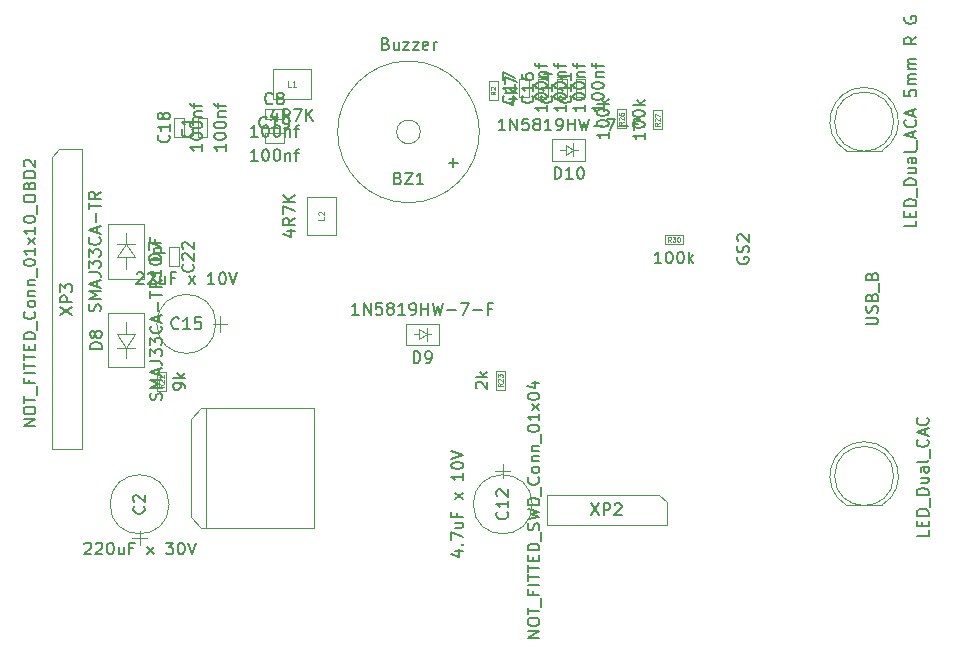
<source format=gbr>
%TF.GenerationSoftware,KiCad,Pcbnew,4.0.7-e2-6376~58~ubuntu16.04.1*%
%TF.CreationDate,2018-02-15T13:13:58+02:00*%
%TF.ProjectId,rover_commander,726F7665725F636F6D6D616E6465722E,rev?*%
%TF.FileFunction,Other,Fab,Top*%
%FSLAX46Y46*%
G04 Gerber Fmt 4.6, Leading zero omitted, Abs format (unit mm)*
G04 Created by KiCad (PCBNEW 4.0.7-e2-6376~58~ubuntu16.04.1) date Thu Feb 15 13:13:58 2018*
%MOMM*%
%LPD*%
G01*
G04 APERTURE LIST*
%ADD10C,0.100000*%
%ADD11C,0.150000*%
%ADD12C,0.075000*%
G04 APERTURE END LIST*
D10*
X144420000Y-86868000D02*
G75*
G03X144420000Y-86868000I-6000000J0D01*
G01*
X139420000Y-86868000D02*
G75*
G03X139420000Y-86868000I-1000000J0D01*
G01*
X121400000Y-87300000D02*
X120600000Y-87300000D01*
X121400000Y-85700000D02*
X121400000Y-87300000D01*
X120600000Y-85700000D02*
X121400000Y-85700000D01*
X120600000Y-87300000D02*
X120600000Y-85700000D01*
X126266000Y-85744000D02*
X126266000Y-84944000D01*
X127866000Y-85744000D02*
X126266000Y-85744000D01*
X127866000Y-84944000D02*
X127866000Y-85744000D01*
X126266000Y-84944000D02*
X127866000Y-84944000D01*
X153400000Y-83950000D02*
X152600000Y-83950000D01*
X153400000Y-82350000D02*
X153400000Y-83950000D01*
X152600000Y-82350000D02*
X153400000Y-82350000D01*
X152600000Y-83950000D02*
X152600000Y-82350000D01*
X151800000Y-83950000D02*
X151000000Y-83950000D01*
X151800000Y-82350000D02*
X151800000Y-83950000D01*
X151000000Y-82350000D02*
X151800000Y-82350000D01*
X151000000Y-83950000D02*
X151000000Y-82350000D01*
X150200000Y-83950000D02*
X149400000Y-83950000D01*
X150200000Y-82350000D02*
X150200000Y-83950000D01*
X149400000Y-82350000D02*
X150200000Y-82350000D01*
X149400000Y-83950000D02*
X149400000Y-82350000D01*
X148600000Y-83950000D02*
X147800000Y-83950000D01*
X148600000Y-82350000D02*
X148600000Y-83950000D01*
X147800000Y-82350000D02*
X148600000Y-82350000D01*
X147800000Y-83950000D02*
X147800000Y-82350000D01*
X119400000Y-87300000D02*
X118600000Y-87300000D01*
X119400000Y-85700000D02*
X119400000Y-87300000D01*
X118600000Y-85700000D02*
X119400000Y-85700000D01*
X118600000Y-87300000D02*
X118600000Y-85700000D01*
X126266000Y-87776000D02*
X126266000Y-86976000D01*
X127866000Y-87776000D02*
X126266000Y-87776000D01*
X127866000Y-86976000D02*
X127866000Y-87776000D01*
X126266000Y-86976000D02*
X127866000Y-86976000D01*
X118150000Y-96650000D02*
X118950000Y-96650000D01*
X118150000Y-98250000D02*
X118150000Y-96650000D01*
X118950000Y-98250000D02*
X118150000Y-98250000D01*
X118950000Y-96650000D02*
X118950000Y-98250000D01*
X126956000Y-84054000D02*
X126956000Y-81554000D01*
X130156000Y-84054000D02*
X126956000Y-84054000D01*
X130156000Y-81554000D02*
X130156000Y-84054000D01*
X126956000Y-81554000D02*
X130156000Y-81554000D01*
X129814000Y-92380000D02*
X132314000Y-92380000D01*
X129814000Y-95580000D02*
X129814000Y-92380000D01*
X132314000Y-95580000D02*
X129814000Y-95580000D01*
X132314000Y-92380000D02*
X132314000Y-95580000D01*
X178469666Y-118500016D02*
G75*
G03X175530306Y-118500000I-1469666J2500016D01*
G01*
X179500000Y-116000000D02*
G75*
G03X179500000Y-116000000I-2500000J0D01*
G01*
X175530306Y-118500000D02*
X178469694Y-118500000D01*
X178469666Y-88500016D02*
G75*
G03X175530306Y-88500000I-1469666J2500016D01*
G01*
X179500000Y-86000000D02*
G75*
G03X179500000Y-86000000I-2500000J0D01*
G01*
X175530306Y-88500000D02*
X178469694Y-88500000D01*
X146000000Y-84200000D02*
X145200000Y-84200000D01*
X146000000Y-82600000D02*
X146000000Y-84200000D01*
X145200000Y-82600000D02*
X146000000Y-82600000D01*
X145200000Y-84200000D02*
X145200000Y-82600000D01*
X117900000Y-108800000D02*
X117100000Y-108800000D01*
X117900000Y-107200000D02*
X117900000Y-108800000D01*
X117100000Y-107200000D02*
X117900000Y-107200000D01*
X117100000Y-108800000D02*
X117100000Y-107200000D01*
X145800000Y-107100000D02*
X146600000Y-107100000D01*
X145800000Y-108700000D02*
X145800000Y-107100000D01*
X146600000Y-108700000D02*
X145800000Y-108700000D01*
X146600000Y-107100000D02*
X146600000Y-108700000D01*
X160274000Y-118237000D02*
X160274000Y-120142000D01*
X160274000Y-120142000D02*
X150114000Y-120142000D01*
X150114000Y-120142000D02*
X150114000Y-117602000D01*
X150114000Y-117602000D02*
X159639000Y-117602000D01*
X159639000Y-117602000D02*
X160274000Y-118237000D01*
X108865000Y-88330000D02*
X110770000Y-88330000D01*
X110770000Y-88330000D02*
X110770000Y-113730000D01*
X110770000Y-113730000D02*
X108230000Y-113730000D01*
X108230000Y-113730000D02*
X108230000Y-88965000D01*
X108230000Y-88965000D02*
X108865000Y-88330000D01*
X118148000Y-118402000D02*
G75*
G03X118148000Y-118402000I-2500000J0D01*
G01*
X115648000Y-121852000D02*
X115648000Y-120652000D01*
X114998000Y-121252000D02*
X116298000Y-121252000D01*
X148900000Y-118402000D02*
G75*
G03X148900000Y-118402000I-2500000J0D01*
G01*
X146400000Y-114952000D02*
X146400000Y-116152000D01*
X147050000Y-115552000D02*
X145750000Y-115552000D01*
X156064000Y-84968000D02*
X156864000Y-84968000D01*
X156064000Y-86568000D02*
X156064000Y-84968000D01*
X156864000Y-86568000D02*
X156064000Y-86568000D01*
X156864000Y-84968000D02*
X156864000Y-86568000D01*
X159112000Y-85052000D02*
X159912000Y-85052000D01*
X159112000Y-86652000D02*
X159112000Y-85052000D01*
X159912000Y-86652000D02*
X159112000Y-86652000D01*
X159912000Y-85052000D02*
X159912000Y-86652000D01*
X122114000Y-103124000D02*
G75*
G03X122114000Y-103124000I-2500000J0D01*
G01*
X123064000Y-103124000D02*
X121864000Y-103124000D01*
X122464000Y-103774000D02*
X122464000Y-102474000D01*
X130420000Y-110216000D02*
X121270000Y-110216000D01*
X121270000Y-110216000D02*
X121270000Y-120416000D01*
X121270000Y-120416000D02*
X130420000Y-120416000D01*
X130420000Y-120416000D02*
X130420000Y-110216000D01*
X121270000Y-110216000D02*
X120851000Y-110216000D01*
X120851000Y-110216000D02*
X120000000Y-111159000D01*
X120000000Y-111159000D02*
X120000000Y-119473000D01*
X120000000Y-119473000D02*
X120851000Y-120416000D01*
X120851000Y-120416000D02*
X121270000Y-120416000D01*
X113000000Y-99300000D02*
X113000000Y-94700000D01*
X113000000Y-94700000D02*
X116000000Y-94700000D01*
X116000000Y-99300000D02*
X113000000Y-99300000D01*
X116000000Y-99300000D02*
X116000000Y-94700000D01*
X114498980Y-96350560D02*
X114498980Y-95448860D01*
X114498980Y-97501180D02*
X114498980Y-98499400D01*
X115299080Y-96350560D02*
X113698880Y-96350560D01*
X113749680Y-97501180D02*
X115299080Y-97501180D01*
X114498980Y-96350560D02*
X113749680Y-97501180D01*
X114498980Y-96350560D02*
X115299080Y-97501180D01*
X116000000Y-102200000D02*
X116000000Y-106800000D01*
X116000000Y-106800000D02*
X113000000Y-106800000D01*
X113000000Y-102200000D02*
X116000000Y-102200000D01*
X113000000Y-102200000D02*
X113000000Y-106800000D01*
X114501020Y-105149440D02*
X114501020Y-106051140D01*
X114501020Y-103998820D02*
X114501020Y-103000600D01*
X113700920Y-105149440D02*
X115301120Y-105149440D01*
X115250320Y-103998820D02*
X113700920Y-103998820D01*
X114501020Y-105149440D02*
X115250320Y-103998820D01*
X114501020Y-105149440D02*
X113700920Y-103998820D01*
X139350000Y-104000000D02*
X138850000Y-104000000D01*
X139350000Y-103600000D02*
X139950000Y-104000000D01*
X139350000Y-104400000D02*
X139350000Y-103600000D01*
X139950000Y-104000000D02*
X139350000Y-104400000D01*
X139950000Y-104000000D02*
X139950000Y-103450000D01*
X139950000Y-104000000D02*
X139950000Y-104550000D01*
X140350000Y-104000000D02*
X139950000Y-104000000D01*
X141000000Y-103100000D02*
X141000000Y-104900000D01*
X138200000Y-103100000D02*
X141000000Y-103100000D01*
X138200000Y-104900000D02*
X138200000Y-103100000D01*
X141000000Y-104900000D02*
X138200000Y-104900000D01*
X151750000Y-88400000D02*
X151250000Y-88400000D01*
X151750000Y-88000000D02*
X152350000Y-88400000D01*
X151750000Y-88800000D02*
X151750000Y-88000000D01*
X152350000Y-88400000D02*
X151750000Y-88800000D01*
X152350000Y-88400000D02*
X152350000Y-87850000D01*
X152350000Y-88400000D02*
X152350000Y-88950000D01*
X152750000Y-88400000D02*
X152350000Y-88400000D01*
X153400000Y-87500000D02*
X153400000Y-89300000D01*
X150600000Y-87500000D02*
X153400000Y-87500000D01*
X150600000Y-89300000D02*
X150600000Y-87500000D01*
X153400000Y-89300000D02*
X150600000Y-89300000D01*
X160100000Y-96400000D02*
X160100000Y-95600000D01*
X161700000Y-96400000D02*
X160100000Y-96400000D01*
X161700000Y-95600000D02*
X161700000Y-96400000D01*
X160100000Y-95600000D02*
X161700000Y-95600000D01*
D11*
X136491429Y-79396571D02*
X136634286Y-79444190D01*
X136681905Y-79491810D01*
X136729524Y-79587048D01*
X136729524Y-79729905D01*
X136681905Y-79825143D01*
X136634286Y-79872762D01*
X136539048Y-79920381D01*
X136158095Y-79920381D01*
X136158095Y-78920381D01*
X136491429Y-78920381D01*
X136586667Y-78968000D01*
X136634286Y-79015619D01*
X136681905Y-79110857D01*
X136681905Y-79206095D01*
X136634286Y-79301333D01*
X136586667Y-79348952D01*
X136491429Y-79396571D01*
X136158095Y-79396571D01*
X137586667Y-79253714D02*
X137586667Y-79920381D01*
X137158095Y-79253714D02*
X137158095Y-79777524D01*
X137205714Y-79872762D01*
X137300952Y-79920381D01*
X137443810Y-79920381D01*
X137539048Y-79872762D01*
X137586667Y-79825143D01*
X137967619Y-79253714D02*
X138491429Y-79253714D01*
X137967619Y-79920381D01*
X138491429Y-79920381D01*
X138777143Y-79253714D02*
X139300953Y-79253714D01*
X138777143Y-79920381D01*
X139300953Y-79920381D01*
X140062858Y-79872762D02*
X139967620Y-79920381D01*
X139777143Y-79920381D01*
X139681905Y-79872762D01*
X139634286Y-79777524D01*
X139634286Y-79396571D01*
X139681905Y-79301333D01*
X139777143Y-79253714D01*
X139967620Y-79253714D01*
X140062858Y-79301333D01*
X140110477Y-79396571D01*
X140110477Y-79491810D01*
X139634286Y-79587048D01*
X140539048Y-79920381D02*
X140539048Y-79253714D01*
X140539048Y-79444190D02*
X140586667Y-79348952D01*
X140634286Y-79301333D01*
X140729524Y-79253714D01*
X140824763Y-79253714D01*
X141849048Y-89479429D02*
X142610953Y-89479429D01*
X142230001Y-89860381D02*
X142230001Y-89098476D01*
X137539048Y-90796571D02*
X137681905Y-90844190D01*
X137729524Y-90891810D01*
X137777143Y-90987048D01*
X137777143Y-91129905D01*
X137729524Y-91225143D01*
X137681905Y-91272762D01*
X137586667Y-91320381D01*
X137205714Y-91320381D01*
X137205714Y-90320381D01*
X137539048Y-90320381D01*
X137634286Y-90368000D01*
X137681905Y-90415619D01*
X137729524Y-90510857D01*
X137729524Y-90606095D01*
X137681905Y-90701333D01*
X137634286Y-90748952D01*
X137539048Y-90796571D01*
X137205714Y-90796571D01*
X138110476Y-90320381D02*
X138777143Y-90320381D01*
X138110476Y-91320381D01*
X138777143Y-91320381D01*
X139681905Y-91320381D02*
X139110476Y-91320381D01*
X139396190Y-91320381D02*
X139396190Y-90320381D01*
X139300952Y-90463238D01*
X139205714Y-90558476D01*
X139110476Y-90606095D01*
X122952381Y-87904762D02*
X122952381Y-88476191D01*
X122952381Y-88190477D02*
X121952381Y-88190477D01*
X122095238Y-88285715D01*
X122190476Y-88380953D01*
X122238095Y-88476191D01*
X121952381Y-87285715D02*
X121952381Y-87190476D01*
X122000000Y-87095238D01*
X122047619Y-87047619D01*
X122142857Y-87000000D01*
X122333333Y-86952381D01*
X122571429Y-86952381D01*
X122761905Y-87000000D01*
X122857143Y-87047619D01*
X122904762Y-87095238D01*
X122952381Y-87190476D01*
X122952381Y-87285715D01*
X122904762Y-87380953D01*
X122857143Y-87428572D01*
X122761905Y-87476191D01*
X122571429Y-87523810D01*
X122333333Y-87523810D01*
X122142857Y-87476191D01*
X122047619Y-87428572D01*
X122000000Y-87380953D01*
X121952381Y-87285715D01*
X121952381Y-86333334D02*
X121952381Y-86238095D01*
X122000000Y-86142857D01*
X122047619Y-86095238D01*
X122142857Y-86047619D01*
X122333333Y-86000000D01*
X122571429Y-86000000D01*
X122761905Y-86047619D01*
X122857143Y-86095238D01*
X122904762Y-86142857D01*
X122952381Y-86238095D01*
X122952381Y-86333334D01*
X122904762Y-86428572D01*
X122857143Y-86476191D01*
X122761905Y-86523810D01*
X122571429Y-86571429D01*
X122333333Y-86571429D01*
X122142857Y-86523810D01*
X122047619Y-86476191D01*
X122000000Y-86428572D01*
X121952381Y-86333334D01*
X122285714Y-85571429D02*
X122952381Y-85571429D01*
X122380952Y-85571429D02*
X122333333Y-85523810D01*
X122285714Y-85428572D01*
X122285714Y-85285714D01*
X122333333Y-85190476D01*
X122428571Y-85142857D01*
X122952381Y-85142857D01*
X122285714Y-84809524D02*
X122285714Y-84428572D01*
X122952381Y-84666667D02*
X122095238Y-84666667D01*
X122000000Y-84619048D01*
X121952381Y-84523810D01*
X121952381Y-84428572D01*
X120107143Y-86666666D02*
X120154762Y-86714285D01*
X120202381Y-86857142D01*
X120202381Y-86952380D01*
X120154762Y-87095238D01*
X120059524Y-87190476D01*
X119964286Y-87238095D01*
X119773810Y-87285714D01*
X119630952Y-87285714D01*
X119440476Y-87238095D01*
X119345238Y-87190476D01*
X119250000Y-87095238D01*
X119202381Y-86952380D01*
X119202381Y-86857142D01*
X119250000Y-86714285D01*
X119297619Y-86666666D01*
X120202381Y-85714285D02*
X120202381Y-86285714D01*
X120202381Y-86000000D02*
X119202381Y-86000000D01*
X119345238Y-86095238D01*
X119440476Y-86190476D01*
X119488095Y-86285714D01*
X125661238Y-87296381D02*
X125089809Y-87296381D01*
X125375523Y-87296381D02*
X125375523Y-86296381D01*
X125280285Y-86439238D01*
X125185047Y-86534476D01*
X125089809Y-86582095D01*
X126280285Y-86296381D02*
X126375524Y-86296381D01*
X126470762Y-86344000D01*
X126518381Y-86391619D01*
X126566000Y-86486857D01*
X126613619Y-86677333D01*
X126613619Y-86915429D01*
X126566000Y-87105905D01*
X126518381Y-87201143D01*
X126470762Y-87248762D01*
X126375524Y-87296381D01*
X126280285Y-87296381D01*
X126185047Y-87248762D01*
X126137428Y-87201143D01*
X126089809Y-87105905D01*
X126042190Y-86915429D01*
X126042190Y-86677333D01*
X126089809Y-86486857D01*
X126137428Y-86391619D01*
X126185047Y-86344000D01*
X126280285Y-86296381D01*
X127232666Y-86296381D02*
X127327905Y-86296381D01*
X127423143Y-86344000D01*
X127470762Y-86391619D01*
X127518381Y-86486857D01*
X127566000Y-86677333D01*
X127566000Y-86915429D01*
X127518381Y-87105905D01*
X127470762Y-87201143D01*
X127423143Y-87248762D01*
X127327905Y-87296381D01*
X127232666Y-87296381D01*
X127137428Y-87248762D01*
X127089809Y-87201143D01*
X127042190Y-87105905D01*
X126994571Y-86915429D01*
X126994571Y-86677333D01*
X127042190Y-86486857D01*
X127089809Y-86391619D01*
X127137428Y-86344000D01*
X127232666Y-86296381D01*
X127994571Y-86629714D02*
X127994571Y-87296381D01*
X127994571Y-86724952D02*
X128042190Y-86677333D01*
X128137428Y-86629714D01*
X128280286Y-86629714D01*
X128375524Y-86677333D01*
X128423143Y-86772571D01*
X128423143Y-87296381D01*
X128756476Y-86629714D02*
X129137428Y-86629714D01*
X128899333Y-87296381D02*
X128899333Y-86439238D01*
X128946952Y-86344000D01*
X129042190Y-86296381D01*
X129137428Y-86296381D01*
X126899334Y-84451143D02*
X126851715Y-84498762D01*
X126708858Y-84546381D01*
X126613620Y-84546381D01*
X126470762Y-84498762D01*
X126375524Y-84403524D01*
X126327905Y-84308286D01*
X126280286Y-84117810D01*
X126280286Y-83974952D01*
X126327905Y-83784476D01*
X126375524Y-83689238D01*
X126470762Y-83594000D01*
X126613620Y-83546381D01*
X126708858Y-83546381D01*
X126851715Y-83594000D01*
X126899334Y-83641619D01*
X127470762Y-83974952D02*
X127375524Y-83927333D01*
X127327905Y-83879714D01*
X127280286Y-83784476D01*
X127280286Y-83736857D01*
X127327905Y-83641619D01*
X127375524Y-83594000D01*
X127470762Y-83546381D01*
X127661239Y-83546381D01*
X127756477Y-83594000D01*
X127804096Y-83641619D01*
X127851715Y-83736857D01*
X127851715Y-83784476D01*
X127804096Y-83879714D01*
X127756477Y-83927333D01*
X127661239Y-83974952D01*
X127470762Y-83974952D01*
X127375524Y-84022571D01*
X127327905Y-84070190D01*
X127280286Y-84165429D01*
X127280286Y-84355905D01*
X127327905Y-84451143D01*
X127375524Y-84498762D01*
X127470762Y-84546381D01*
X127661239Y-84546381D01*
X127756477Y-84498762D01*
X127804096Y-84451143D01*
X127851715Y-84355905D01*
X127851715Y-84165429D01*
X127804096Y-84070190D01*
X127756477Y-84022571D01*
X127661239Y-83974952D01*
X154952381Y-84554762D02*
X154952381Y-85126191D01*
X154952381Y-84840477D02*
X153952381Y-84840477D01*
X154095238Y-84935715D01*
X154190476Y-85030953D01*
X154238095Y-85126191D01*
X153952381Y-83935715D02*
X153952381Y-83840476D01*
X154000000Y-83745238D01*
X154047619Y-83697619D01*
X154142857Y-83650000D01*
X154333333Y-83602381D01*
X154571429Y-83602381D01*
X154761905Y-83650000D01*
X154857143Y-83697619D01*
X154904762Y-83745238D01*
X154952381Y-83840476D01*
X154952381Y-83935715D01*
X154904762Y-84030953D01*
X154857143Y-84078572D01*
X154761905Y-84126191D01*
X154571429Y-84173810D01*
X154333333Y-84173810D01*
X154142857Y-84126191D01*
X154047619Y-84078572D01*
X154000000Y-84030953D01*
X153952381Y-83935715D01*
X153952381Y-82983334D02*
X153952381Y-82888095D01*
X154000000Y-82792857D01*
X154047619Y-82745238D01*
X154142857Y-82697619D01*
X154333333Y-82650000D01*
X154571429Y-82650000D01*
X154761905Y-82697619D01*
X154857143Y-82745238D01*
X154904762Y-82792857D01*
X154952381Y-82888095D01*
X154952381Y-82983334D01*
X154904762Y-83078572D01*
X154857143Y-83126191D01*
X154761905Y-83173810D01*
X154571429Y-83221429D01*
X154333333Y-83221429D01*
X154142857Y-83173810D01*
X154047619Y-83126191D01*
X154000000Y-83078572D01*
X153952381Y-82983334D01*
X154285714Y-82221429D02*
X154952381Y-82221429D01*
X154380952Y-82221429D02*
X154333333Y-82173810D01*
X154285714Y-82078572D01*
X154285714Y-81935714D01*
X154333333Y-81840476D01*
X154428571Y-81792857D01*
X154952381Y-81792857D01*
X154285714Y-81459524D02*
X154285714Y-81078572D01*
X154952381Y-81316667D02*
X154095238Y-81316667D01*
X154000000Y-81269048D01*
X153952381Y-81173810D01*
X153952381Y-81078572D01*
X152107143Y-83792857D02*
X152154762Y-83840476D01*
X152202381Y-83983333D01*
X152202381Y-84078571D01*
X152154762Y-84221429D01*
X152059524Y-84316667D01*
X151964286Y-84364286D01*
X151773810Y-84411905D01*
X151630952Y-84411905D01*
X151440476Y-84364286D01*
X151345238Y-84316667D01*
X151250000Y-84221429D01*
X151202381Y-84078571D01*
X151202381Y-83983333D01*
X151250000Y-83840476D01*
X151297619Y-83792857D01*
X152202381Y-82840476D02*
X152202381Y-83411905D01*
X152202381Y-83126191D02*
X151202381Y-83126191D01*
X151345238Y-83221429D01*
X151440476Y-83316667D01*
X151488095Y-83411905D01*
X152202381Y-81888095D02*
X152202381Y-82459524D01*
X152202381Y-82173810D02*
X151202381Y-82173810D01*
X151345238Y-82269048D01*
X151440476Y-82364286D01*
X151488095Y-82459524D01*
X153352381Y-84554762D02*
X153352381Y-85126191D01*
X153352381Y-84840477D02*
X152352381Y-84840477D01*
X152495238Y-84935715D01*
X152590476Y-85030953D01*
X152638095Y-85126191D01*
X152352381Y-83935715D02*
X152352381Y-83840476D01*
X152400000Y-83745238D01*
X152447619Y-83697619D01*
X152542857Y-83650000D01*
X152733333Y-83602381D01*
X152971429Y-83602381D01*
X153161905Y-83650000D01*
X153257143Y-83697619D01*
X153304762Y-83745238D01*
X153352381Y-83840476D01*
X153352381Y-83935715D01*
X153304762Y-84030953D01*
X153257143Y-84078572D01*
X153161905Y-84126191D01*
X152971429Y-84173810D01*
X152733333Y-84173810D01*
X152542857Y-84126191D01*
X152447619Y-84078572D01*
X152400000Y-84030953D01*
X152352381Y-83935715D01*
X152352381Y-82983334D02*
X152352381Y-82888095D01*
X152400000Y-82792857D01*
X152447619Y-82745238D01*
X152542857Y-82697619D01*
X152733333Y-82650000D01*
X152971429Y-82650000D01*
X153161905Y-82697619D01*
X153257143Y-82745238D01*
X153304762Y-82792857D01*
X153352381Y-82888095D01*
X153352381Y-82983334D01*
X153304762Y-83078572D01*
X153257143Y-83126191D01*
X153161905Y-83173810D01*
X152971429Y-83221429D01*
X152733333Y-83221429D01*
X152542857Y-83173810D01*
X152447619Y-83126191D01*
X152400000Y-83078572D01*
X152352381Y-82983334D01*
X152685714Y-82221429D02*
X153352381Y-82221429D01*
X152780952Y-82221429D02*
X152733333Y-82173810D01*
X152685714Y-82078572D01*
X152685714Y-81935714D01*
X152733333Y-81840476D01*
X152828571Y-81792857D01*
X153352381Y-81792857D01*
X152685714Y-81459524D02*
X152685714Y-81078572D01*
X153352381Y-81316667D02*
X152495238Y-81316667D01*
X152400000Y-81269048D01*
X152352381Y-81173810D01*
X152352381Y-81078572D01*
X150507143Y-83792857D02*
X150554762Y-83840476D01*
X150602381Y-83983333D01*
X150602381Y-84078571D01*
X150554762Y-84221429D01*
X150459524Y-84316667D01*
X150364286Y-84364286D01*
X150173810Y-84411905D01*
X150030952Y-84411905D01*
X149840476Y-84364286D01*
X149745238Y-84316667D01*
X149650000Y-84221429D01*
X149602381Y-84078571D01*
X149602381Y-83983333D01*
X149650000Y-83840476D01*
X149697619Y-83792857D01*
X150602381Y-82840476D02*
X150602381Y-83411905D01*
X150602381Y-83126191D02*
X149602381Y-83126191D01*
X149745238Y-83221429D01*
X149840476Y-83316667D01*
X149888095Y-83411905D01*
X149935714Y-81983333D02*
X150602381Y-81983333D01*
X149554762Y-82221429D02*
X150269048Y-82459524D01*
X150269048Y-81840476D01*
X151752381Y-84554762D02*
X151752381Y-85126191D01*
X151752381Y-84840477D02*
X150752381Y-84840477D01*
X150895238Y-84935715D01*
X150990476Y-85030953D01*
X151038095Y-85126191D01*
X150752381Y-83935715D02*
X150752381Y-83840476D01*
X150800000Y-83745238D01*
X150847619Y-83697619D01*
X150942857Y-83650000D01*
X151133333Y-83602381D01*
X151371429Y-83602381D01*
X151561905Y-83650000D01*
X151657143Y-83697619D01*
X151704762Y-83745238D01*
X151752381Y-83840476D01*
X151752381Y-83935715D01*
X151704762Y-84030953D01*
X151657143Y-84078572D01*
X151561905Y-84126191D01*
X151371429Y-84173810D01*
X151133333Y-84173810D01*
X150942857Y-84126191D01*
X150847619Y-84078572D01*
X150800000Y-84030953D01*
X150752381Y-83935715D01*
X150752381Y-82983334D02*
X150752381Y-82888095D01*
X150800000Y-82792857D01*
X150847619Y-82745238D01*
X150942857Y-82697619D01*
X151133333Y-82650000D01*
X151371429Y-82650000D01*
X151561905Y-82697619D01*
X151657143Y-82745238D01*
X151704762Y-82792857D01*
X151752381Y-82888095D01*
X151752381Y-82983334D01*
X151704762Y-83078572D01*
X151657143Y-83126191D01*
X151561905Y-83173810D01*
X151371429Y-83221429D01*
X151133333Y-83221429D01*
X150942857Y-83173810D01*
X150847619Y-83126191D01*
X150800000Y-83078572D01*
X150752381Y-82983334D01*
X151085714Y-82221429D02*
X151752381Y-82221429D01*
X151180952Y-82221429D02*
X151133333Y-82173810D01*
X151085714Y-82078572D01*
X151085714Y-81935714D01*
X151133333Y-81840476D01*
X151228571Y-81792857D01*
X151752381Y-81792857D01*
X151085714Y-81459524D02*
X151085714Y-81078572D01*
X151752381Y-81316667D02*
X150895238Y-81316667D01*
X150800000Y-81269048D01*
X150752381Y-81173810D01*
X150752381Y-81078572D01*
X148907143Y-83792857D02*
X148954762Y-83840476D01*
X149002381Y-83983333D01*
X149002381Y-84078571D01*
X148954762Y-84221429D01*
X148859524Y-84316667D01*
X148764286Y-84364286D01*
X148573810Y-84411905D01*
X148430952Y-84411905D01*
X148240476Y-84364286D01*
X148145238Y-84316667D01*
X148050000Y-84221429D01*
X148002381Y-84078571D01*
X148002381Y-83983333D01*
X148050000Y-83840476D01*
X148097619Y-83792857D01*
X149002381Y-82840476D02*
X149002381Y-83411905D01*
X149002381Y-83126191D02*
X148002381Y-83126191D01*
X148145238Y-83221429D01*
X148240476Y-83316667D01*
X148288095Y-83411905D01*
X148002381Y-81983333D02*
X148002381Y-82173810D01*
X148050000Y-82269048D01*
X148097619Y-82316667D01*
X148240476Y-82411905D01*
X148430952Y-82459524D01*
X148811905Y-82459524D01*
X148907143Y-82411905D01*
X148954762Y-82364286D01*
X149002381Y-82269048D01*
X149002381Y-82078571D01*
X148954762Y-81983333D01*
X148907143Y-81935714D01*
X148811905Y-81888095D01*
X148573810Y-81888095D01*
X148478571Y-81935714D01*
X148430952Y-81983333D01*
X148383333Y-82078571D01*
X148383333Y-82269048D01*
X148430952Y-82364286D01*
X148478571Y-82411905D01*
X148573810Y-82459524D01*
X150152381Y-84554762D02*
X150152381Y-85126191D01*
X150152381Y-84840477D02*
X149152381Y-84840477D01*
X149295238Y-84935715D01*
X149390476Y-85030953D01*
X149438095Y-85126191D01*
X149152381Y-83935715D02*
X149152381Y-83840476D01*
X149200000Y-83745238D01*
X149247619Y-83697619D01*
X149342857Y-83650000D01*
X149533333Y-83602381D01*
X149771429Y-83602381D01*
X149961905Y-83650000D01*
X150057143Y-83697619D01*
X150104762Y-83745238D01*
X150152381Y-83840476D01*
X150152381Y-83935715D01*
X150104762Y-84030953D01*
X150057143Y-84078572D01*
X149961905Y-84126191D01*
X149771429Y-84173810D01*
X149533333Y-84173810D01*
X149342857Y-84126191D01*
X149247619Y-84078572D01*
X149200000Y-84030953D01*
X149152381Y-83935715D01*
X149152381Y-82983334D02*
X149152381Y-82888095D01*
X149200000Y-82792857D01*
X149247619Y-82745238D01*
X149342857Y-82697619D01*
X149533333Y-82650000D01*
X149771429Y-82650000D01*
X149961905Y-82697619D01*
X150057143Y-82745238D01*
X150104762Y-82792857D01*
X150152381Y-82888095D01*
X150152381Y-82983334D01*
X150104762Y-83078572D01*
X150057143Y-83126191D01*
X149961905Y-83173810D01*
X149771429Y-83221429D01*
X149533333Y-83221429D01*
X149342857Y-83173810D01*
X149247619Y-83126191D01*
X149200000Y-83078572D01*
X149152381Y-82983334D01*
X149485714Y-82221429D02*
X150152381Y-82221429D01*
X149580952Y-82221429D02*
X149533333Y-82173810D01*
X149485714Y-82078572D01*
X149485714Y-81935714D01*
X149533333Y-81840476D01*
X149628571Y-81792857D01*
X150152381Y-81792857D01*
X149485714Y-81459524D02*
X149485714Y-81078572D01*
X150152381Y-81316667D02*
X149295238Y-81316667D01*
X149200000Y-81269048D01*
X149152381Y-81173810D01*
X149152381Y-81078572D01*
X147307143Y-83792857D02*
X147354762Y-83840476D01*
X147402381Y-83983333D01*
X147402381Y-84078571D01*
X147354762Y-84221429D01*
X147259524Y-84316667D01*
X147164286Y-84364286D01*
X146973810Y-84411905D01*
X146830952Y-84411905D01*
X146640476Y-84364286D01*
X146545238Y-84316667D01*
X146450000Y-84221429D01*
X146402381Y-84078571D01*
X146402381Y-83983333D01*
X146450000Y-83840476D01*
X146497619Y-83792857D01*
X147402381Y-82840476D02*
X147402381Y-83411905D01*
X147402381Y-83126191D02*
X146402381Y-83126191D01*
X146545238Y-83221429D01*
X146640476Y-83316667D01*
X146688095Y-83411905D01*
X146402381Y-82507143D02*
X146402381Y-81840476D01*
X147402381Y-82269048D01*
X120952381Y-87904762D02*
X120952381Y-88476191D01*
X120952381Y-88190477D02*
X119952381Y-88190477D01*
X120095238Y-88285715D01*
X120190476Y-88380953D01*
X120238095Y-88476191D01*
X119952381Y-87285715D02*
X119952381Y-87190476D01*
X120000000Y-87095238D01*
X120047619Y-87047619D01*
X120142857Y-87000000D01*
X120333333Y-86952381D01*
X120571429Y-86952381D01*
X120761905Y-87000000D01*
X120857143Y-87047619D01*
X120904762Y-87095238D01*
X120952381Y-87190476D01*
X120952381Y-87285715D01*
X120904762Y-87380953D01*
X120857143Y-87428572D01*
X120761905Y-87476191D01*
X120571429Y-87523810D01*
X120333333Y-87523810D01*
X120142857Y-87476191D01*
X120047619Y-87428572D01*
X120000000Y-87380953D01*
X119952381Y-87285715D01*
X119952381Y-86333334D02*
X119952381Y-86238095D01*
X120000000Y-86142857D01*
X120047619Y-86095238D01*
X120142857Y-86047619D01*
X120333333Y-86000000D01*
X120571429Y-86000000D01*
X120761905Y-86047619D01*
X120857143Y-86095238D01*
X120904762Y-86142857D01*
X120952381Y-86238095D01*
X120952381Y-86333334D01*
X120904762Y-86428572D01*
X120857143Y-86476191D01*
X120761905Y-86523810D01*
X120571429Y-86571429D01*
X120333333Y-86571429D01*
X120142857Y-86523810D01*
X120047619Y-86476191D01*
X120000000Y-86428572D01*
X119952381Y-86333334D01*
X120285714Y-85571429D02*
X120952381Y-85571429D01*
X120380952Y-85571429D02*
X120333333Y-85523810D01*
X120285714Y-85428572D01*
X120285714Y-85285714D01*
X120333333Y-85190476D01*
X120428571Y-85142857D01*
X120952381Y-85142857D01*
X120285714Y-84809524D02*
X120285714Y-84428572D01*
X120952381Y-84666667D02*
X120095238Y-84666667D01*
X120000000Y-84619048D01*
X119952381Y-84523810D01*
X119952381Y-84428572D01*
X118107143Y-87142857D02*
X118154762Y-87190476D01*
X118202381Y-87333333D01*
X118202381Y-87428571D01*
X118154762Y-87571429D01*
X118059524Y-87666667D01*
X117964286Y-87714286D01*
X117773810Y-87761905D01*
X117630952Y-87761905D01*
X117440476Y-87714286D01*
X117345238Y-87666667D01*
X117250000Y-87571429D01*
X117202381Y-87428571D01*
X117202381Y-87333333D01*
X117250000Y-87190476D01*
X117297619Y-87142857D01*
X118202381Y-86190476D02*
X118202381Y-86761905D01*
X118202381Y-86476191D02*
X117202381Y-86476191D01*
X117345238Y-86571429D01*
X117440476Y-86666667D01*
X117488095Y-86761905D01*
X117630952Y-85619048D02*
X117583333Y-85714286D01*
X117535714Y-85761905D01*
X117440476Y-85809524D01*
X117392857Y-85809524D01*
X117297619Y-85761905D01*
X117250000Y-85714286D01*
X117202381Y-85619048D01*
X117202381Y-85428571D01*
X117250000Y-85333333D01*
X117297619Y-85285714D01*
X117392857Y-85238095D01*
X117440476Y-85238095D01*
X117535714Y-85285714D01*
X117583333Y-85333333D01*
X117630952Y-85428571D01*
X117630952Y-85619048D01*
X117678571Y-85714286D01*
X117726190Y-85761905D01*
X117821429Y-85809524D01*
X118011905Y-85809524D01*
X118107143Y-85761905D01*
X118154762Y-85714286D01*
X118202381Y-85619048D01*
X118202381Y-85428571D01*
X118154762Y-85333333D01*
X118107143Y-85285714D01*
X118011905Y-85238095D01*
X117821429Y-85238095D01*
X117726190Y-85285714D01*
X117678571Y-85333333D01*
X117630952Y-85428571D01*
X125661238Y-89328381D02*
X125089809Y-89328381D01*
X125375523Y-89328381D02*
X125375523Y-88328381D01*
X125280285Y-88471238D01*
X125185047Y-88566476D01*
X125089809Y-88614095D01*
X126280285Y-88328381D02*
X126375524Y-88328381D01*
X126470762Y-88376000D01*
X126518381Y-88423619D01*
X126566000Y-88518857D01*
X126613619Y-88709333D01*
X126613619Y-88947429D01*
X126566000Y-89137905D01*
X126518381Y-89233143D01*
X126470762Y-89280762D01*
X126375524Y-89328381D01*
X126280285Y-89328381D01*
X126185047Y-89280762D01*
X126137428Y-89233143D01*
X126089809Y-89137905D01*
X126042190Y-88947429D01*
X126042190Y-88709333D01*
X126089809Y-88518857D01*
X126137428Y-88423619D01*
X126185047Y-88376000D01*
X126280285Y-88328381D01*
X127232666Y-88328381D02*
X127327905Y-88328381D01*
X127423143Y-88376000D01*
X127470762Y-88423619D01*
X127518381Y-88518857D01*
X127566000Y-88709333D01*
X127566000Y-88947429D01*
X127518381Y-89137905D01*
X127470762Y-89233143D01*
X127423143Y-89280762D01*
X127327905Y-89328381D01*
X127232666Y-89328381D01*
X127137428Y-89280762D01*
X127089809Y-89233143D01*
X127042190Y-89137905D01*
X126994571Y-88947429D01*
X126994571Y-88709333D01*
X127042190Y-88518857D01*
X127089809Y-88423619D01*
X127137428Y-88376000D01*
X127232666Y-88328381D01*
X127994571Y-88661714D02*
X127994571Y-89328381D01*
X127994571Y-88756952D02*
X128042190Y-88709333D01*
X128137428Y-88661714D01*
X128280286Y-88661714D01*
X128375524Y-88709333D01*
X128423143Y-88804571D01*
X128423143Y-89328381D01*
X128756476Y-88661714D02*
X129137428Y-88661714D01*
X128899333Y-89328381D02*
X128899333Y-88471238D01*
X128946952Y-88376000D01*
X129042190Y-88328381D01*
X129137428Y-88328381D01*
X126423143Y-86483143D02*
X126375524Y-86530762D01*
X126232667Y-86578381D01*
X126137429Y-86578381D01*
X125994571Y-86530762D01*
X125899333Y-86435524D01*
X125851714Y-86340286D01*
X125804095Y-86149810D01*
X125804095Y-86006952D01*
X125851714Y-85816476D01*
X125899333Y-85721238D01*
X125994571Y-85626000D01*
X126137429Y-85578381D01*
X126232667Y-85578381D01*
X126375524Y-85626000D01*
X126423143Y-85673619D01*
X127375524Y-86578381D02*
X126804095Y-86578381D01*
X127089809Y-86578381D02*
X127089809Y-85578381D01*
X126994571Y-85721238D01*
X126899333Y-85816476D01*
X126804095Y-85864095D01*
X127851714Y-86578381D02*
X128042190Y-86578381D01*
X128137429Y-86530762D01*
X128185048Y-86483143D01*
X128280286Y-86340286D01*
X128327905Y-86149810D01*
X128327905Y-85768857D01*
X128280286Y-85673619D01*
X128232667Y-85626000D01*
X128137429Y-85578381D01*
X127946952Y-85578381D01*
X127851714Y-85626000D01*
X127804095Y-85673619D01*
X127756476Y-85768857D01*
X127756476Y-86006952D01*
X127804095Y-86102190D01*
X127851714Y-86149810D01*
X127946952Y-86197429D01*
X128137429Y-86197429D01*
X128232667Y-86149810D01*
X128280286Y-86102190D01*
X128327905Y-86006952D01*
X117502381Y-98521428D02*
X117502381Y-99092857D01*
X117502381Y-98807143D02*
X116502381Y-98807143D01*
X116645238Y-98902381D01*
X116740476Y-98997619D01*
X116788095Y-99092857D01*
X116502381Y-97902381D02*
X116502381Y-97807142D01*
X116550000Y-97711904D01*
X116597619Y-97664285D01*
X116692857Y-97616666D01*
X116883333Y-97569047D01*
X117121429Y-97569047D01*
X117311905Y-97616666D01*
X117407143Y-97664285D01*
X117454762Y-97711904D01*
X117502381Y-97807142D01*
X117502381Y-97902381D01*
X117454762Y-97997619D01*
X117407143Y-98045238D01*
X117311905Y-98092857D01*
X117121429Y-98140476D01*
X116883333Y-98140476D01*
X116692857Y-98092857D01*
X116597619Y-98045238D01*
X116550000Y-97997619D01*
X116502381Y-97902381D01*
X116835714Y-97140476D02*
X117835714Y-97140476D01*
X116883333Y-97140476D02*
X116835714Y-97045238D01*
X116835714Y-96854761D01*
X116883333Y-96759523D01*
X116930952Y-96711904D01*
X117026190Y-96664285D01*
X117311905Y-96664285D01*
X117407143Y-96711904D01*
X117454762Y-96759523D01*
X117502381Y-96854761D01*
X117502381Y-97045238D01*
X117454762Y-97140476D01*
X116978571Y-95902380D02*
X116978571Y-96235714D01*
X117502381Y-96235714D02*
X116502381Y-96235714D01*
X116502381Y-95759523D01*
X120157143Y-98092857D02*
X120204762Y-98140476D01*
X120252381Y-98283333D01*
X120252381Y-98378571D01*
X120204762Y-98521429D01*
X120109524Y-98616667D01*
X120014286Y-98664286D01*
X119823810Y-98711905D01*
X119680952Y-98711905D01*
X119490476Y-98664286D01*
X119395238Y-98616667D01*
X119300000Y-98521429D01*
X119252381Y-98378571D01*
X119252381Y-98283333D01*
X119300000Y-98140476D01*
X119347619Y-98092857D01*
X119347619Y-97711905D02*
X119300000Y-97664286D01*
X119252381Y-97569048D01*
X119252381Y-97330952D01*
X119300000Y-97235714D01*
X119347619Y-97188095D01*
X119442857Y-97140476D01*
X119538095Y-97140476D01*
X119680952Y-97188095D01*
X120252381Y-97759524D01*
X120252381Y-97140476D01*
X119347619Y-96759524D02*
X119300000Y-96711905D01*
X119252381Y-96616667D01*
X119252381Y-96378571D01*
X119300000Y-96283333D01*
X119347619Y-96235714D01*
X119442857Y-96188095D01*
X119538095Y-96188095D01*
X119680952Y-96235714D01*
X120252381Y-96807143D01*
X120252381Y-96188095D01*
X127270286Y-85289714D02*
X127270286Y-85956381D01*
X127032190Y-84908762D02*
X126794095Y-85623048D01*
X127413143Y-85623048D01*
X128365524Y-85956381D02*
X128032190Y-85480190D01*
X127794095Y-85956381D02*
X127794095Y-84956381D01*
X128175048Y-84956381D01*
X128270286Y-85004000D01*
X128317905Y-85051619D01*
X128365524Y-85146857D01*
X128365524Y-85289714D01*
X128317905Y-85384952D01*
X128270286Y-85432571D01*
X128175048Y-85480190D01*
X127794095Y-85480190D01*
X128698857Y-84956381D02*
X129365524Y-84956381D01*
X128936952Y-85956381D01*
X129746476Y-85956381D02*
X129746476Y-84956381D01*
X130317905Y-85956381D02*
X129889333Y-85384952D01*
X130317905Y-84956381D02*
X129746476Y-85527810D01*
D12*
X128472667Y-83030190D02*
X128234572Y-83030190D01*
X128234572Y-82530190D01*
X128901238Y-83030190D02*
X128615524Y-83030190D01*
X128758381Y-83030190D02*
X128758381Y-82530190D01*
X128710762Y-82601619D01*
X128663143Y-82649238D01*
X128615524Y-82673048D01*
D11*
X128149714Y-95265714D02*
X128816381Y-95265714D01*
X127768762Y-95503810D02*
X128483048Y-95741905D01*
X128483048Y-95122857D01*
X128816381Y-94170476D02*
X128340190Y-94503810D01*
X128816381Y-94741905D02*
X127816381Y-94741905D01*
X127816381Y-94360952D01*
X127864000Y-94265714D01*
X127911619Y-94218095D01*
X128006857Y-94170476D01*
X128149714Y-94170476D01*
X128244952Y-94218095D01*
X128292571Y-94265714D01*
X128340190Y-94360952D01*
X128340190Y-94741905D01*
X127816381Y-93837143D02*
X127816381Y-93170476D01*
X128816381Y-93599048D01*
X128816381Y-92789524D02*
X127816381Y-92789524D01*
X128816381Y-92218095D02*
X128244952Y-92646667D01*
X127816381Y-92218095D02*
X128387810Y-92789524D01*
D12*
X131290190Y-94063333D02*
X131290190Y-94301428D01*
X130790190Y-94301428D01*
X130837810Y-93920476D02*
X130814000Y-93896666D01*
X130790190Y-93849047D01*
X130790190Y-93730000D01*
X130814000Y-93682381D01*
X130837810Y-93658571D01*
X130885429Y-93634762D01*
X130933048Y-93634762D01*
X131004476Y-93658571D01*
X131290190Y-93944285D01*
X131290190Y-93634762D01*
D11*
X182452381Y-120600000D02*
X182452381Y-121076191D01*
X181452381Y-121076191D01*
X181928571Y-120266667D02*
X181928571Y-119933333D01*
X182452381Y-119790476D02*
X182452381Y-120266667D01*
X181452381Y-120266667D01*
X181452381Y-119790476D01*
X182452381Y-119361905D02*
X181452381Y-119361905D01*
X181452381Y-119123810D01*
X181500000Y-118980952D01*
X181595238Y-118885714D01*
X181690476Y-118838095D01*
X181880952Y-118790476D01*
X182023810Y-118790476D01*
X182214286Y-118838095D01*
X182309524Y-118885714D01*
X182404762Y-118980952D01*
X182452381Y-119123810D01*
X182452381Y-119361905D01*
X182547619Y-118600000D02*
X182547619Y-117838095D01*
X182452381Y-117600000D02*
X181452381Y-117600000D01*
X181452381Y-117361905D01*
X181500000Y-117219047D01*
X181595238Y-117123809D01*
X181690476Y-117076190D01*
X181880952Y-117028571D01*
X182023810Y-117028571D01*
X182214286Y-117076190D01*
X182309524Y-117123809D01*
X182404762Y-117219047D01*
X182452381Y-117361905D01*
X182452381Y-117600000D01*
X181785714Y-116171428D02*
X182452381Y-116171428D01*
X181785714Y-116600000D02*
X182309524Y-116600000D01*
X182404762Y-116552381D01*
X182452381Y-116457143D01*
X182452381Y-116314285D01*
X182404762Y-116219047D01*
X182357143Y-116171428D01*
X182452381Y-115266666D02*
X181928571Y-115266666D01*
X181833333Y-115314285D01*
X181785714Y-115409523D01*
X181785714Y-115600000D01*
X181833333Y-115695238D01*
X182404762Y-115266666D02*
X182452381Y-115361904D01*
X182452381Y-115600000D01*
X182404762Y-115695238D01*
X182309524Y-115742857D01*
X182214286Y-115742857D01*
X182119048Y-115695238D01*
X182071429Y-115600000D01*
X182071429Y-115361904D01*
X182023810Y-115266666D01*
X182452381Y-114647619D02*
X182404762Y-114742857D01*
X182309524Y-114790476D01*
X181452381Y-114790476D01*
X182547619Y-114504761D02*
X182547619Y-113742856D01*
X182357143Y-112933332D02*
X182404762Y-112980951D01*
X182452381Y-113123808D01*
X182452381Y-113219046D01*
X182404762Y-113361904D01*
X182309524Y-113457142D01*
X182214286Y-113504761D01*
X182023810Y-113552380D01*
X181880952Y-113552380D01*
X181690476Y-113504761D01*
X181595238Y-113457142D01*
X181500000Y-113361904D01*
X181452381Y-113219046D01*
X181452381Y-113123808D01*
X181500000Y-112980951D01*
X181547619Y-112933332D01*
X182166667Y-112552380D02*
X182166667Y-112076189D01*
X182452381Y-112647618D02*
X181452381Y-112314285D01*
X182452381Y-111980951D01*
X182357143Y-111076189D02*
X182404762Y-111123808D01*
X182452381Y-111266665D01*
X182452381Y-111361903D01*
X182404762Y-111504761D01*
X182309524Y-111599999D01*
X182214286Y-111647618D01*
X182023810Y-111695237D01*
X181880952Y-111695237D01*
X181690476Y-111647618D01*
X181595238Y-111599999D01*
X181500000Y-111504761D01*
X181452381Y-111361903D01*
X181452381Y-111266665D01*
X181500000Y-111123808D01*
X181547619Y-111076189D01*
X181412381Y-94380953D02*
X181412381Y-94857144D01*
X180412381Y-94857144D01*
X180888571Y-94047620D02*
X180888571Y-93714286D01*
X181412381Y-93571429D02*
X181412381Y-94047620D01*
X180412381Y-94047620D01*
X180412381Y-93571429D01*
X181412381Y-93142858D02*
X180412381Y-93142858D01*
X180412381Y-92904763D01*
X180460000Y-92761905D01*
X180555238Y-92666667D01*
X180650476Y-92619048D01*
X180840952Y-92571429D01*
X180983810Y-92571429D01*
X181174286Y-92619048D01*
X181269524Y-92666667D01*
X181364762Y-92761905D01*
X181412381Y-92904763D01*
X181412381Y-93142858D01*
X181507619Y-92380953D02*
X181507619Y-91619048D01*
X181412381Y-91380953D02*
X180412381Y-91380953D01*
X180412381Y-91142858D01*
X180460000Y-91000000D01*
X180555238Y-90904762D01*
X180650476Y-90857143D01*
X180840952Y-90809524D01*
X180983810Y-90809524D01*
X181174286Y-90857143D01*
X181269524Y-90904762D01*
X181364762Y-91000000D01*
X181412381Y-91142858D01*
X181412381Y-91380953D01*
X180745714Y-89952381D02*
X181412381Y-89952381D01*
X180745714Y-90380953D02*
X181269524Y-90380953D01*
X181364762Y-90333334D01*
X181412381Y-90238096D01*
X181412381Y-90095238D01*
X181364762Y-90000000D01*
X181317143Y-89952381D01*
X181412381Y-89047619D02*
X180888571Y-89047619D01*
X180793333Y-89095238D01*
X180745714Y-89190476D01*
X180745714Y-89380953D01*
X180793333Y-89476191D01*
X181364762Y-89047619D02*
X181412381Y-89142857D01*
X181412381Y-89380953D01*
X181364762Y-89476191D01*
X181269524Y-89523810D01*
X181174286Y-89523810D01*
X181079048Y-89476191D01*
X181031429Y-89380953D01*
X181031429Y-89142857D01*
X180983810Y-89047619D01*
X181412381Y-88428572D02*
X181364762Y-88523810D01*
X181269524Y-88571429D01*
X180412381Y-88571429D01*
X181507619Y-88285714D02*
X181507619Y-87523809D01*
X181126667Y-87333333D02*
X181126667Y-86857142D01*
X181412381Y-87428571D02*
X180412381Y-87095238D01*
X181412381Y-86761904D01*
X181317143Y-85857142D02*
X181364762Y-85904761D01*
X181412381Y-86047618D01*
X181412381Y-86142856D01*
X181364762Y-86285714D01*
X181269524Y-86380952D01*
X181174286Y-86428571D01*
X180983810Y-86476190D01*
X180840952Y-86476190D01*
X180650476Y-86428571D01*
X180555238Y-86380952D01*
X180460000Y-86285714D01*
X180412381Y-86142856D01*
X180412381Y-86047618D01*
X180460000Y-85904761D01*
X180507619Y-85857142D01*
X181126667Y-85476190D02*
X181126667Y-84999999D01*
X181412381Y-85571428D02*
X180412381Y-85238095D01*
X181412381Y-84904761D01*
X180412381Y-83333332D02*
X180412381Y-83809523D01*
X180888571Y-83857142D01*
X180840952Y-83809523D01*
X180793333Y-83714285D01*
X180793333Y-83476189D01*
X180840952Y-83380951D01*
X180888571Y-83333332D01*
X180983810Y-83285713D01*
X181221905Y-83285713D01*
X181317143Y-83333332D01*
X181364762Y-83380951D01*
X181412381Y-83476189D01*
X181412381Y-83714285D01*
X181364762Y-83809523D01*
X181317143Y-83857142D01*
X181412381Y-82857142D02*
X180745714Y-82857142D01*
X180840952Y-82857142D02*
X180793333Y-82809523D01*
X180745714Y-82714285D01*
X180745714Y-82571427D01*
X180793333Y-82476189D01*
X180888571Y-82428570D01*
X181412381Y-82428570D01*
X180888571Y-82428570D02*
X180793333Y-82380951D01*
X180745714Y-82285713D01*
X180745714Y-82142856D01*
X180793333Y-82047618D01*
X180888571Y-81999999D01*
X181412381Y-81999999D01*
X181412381Y-81523809D02*
X180745714Y-81523809D01*
X180840952Y-81523809D02*
X180793333Y-81476190D01*
X180745714Y-81380952D01*
X180745714Y-81238094D01*
X180793333Y-81142856D01*
X180888571Y-81095237D01*
X181412381Y-81095237D01*
X180888571Y-81095237D02*
X180793333Y-81047618D01*
X180745714Y-80952380D01*
X180745714Y-80809523D01*
X180793333Y-80714285D01*
X180888571Y-80666666D01*
X181412381Y-80666666D01*
X181412381Y-78857142D02*
X180936190Y-79190476D01*
X181412381Y-79428571D02*
X180412381Y-79428571D01*
X180412381Y-79047618D01*
X180460000Y-78952380D01*
X180507619Y-78904761D01*
X180602857Y-78857142D01*
X180745714Y-78857142D01*
X180840952Y-78904761D01*
X180888571Y-78952380D01*
X180936190Y-79047618D01*
X180936190Y-79428571D01*
X180460000Y-77142856D02*
X180412381Y-77238094D01*
X180412381Y-77380951D01*
X180460000Y-77523809D01*
X180555238Y-77619047D01*
X180650476Y-77666666D01*
X180840952Y-77714285D01*
X180983810Y-77714285D01*
X181174286Y-77666666D01*
X181269524Y-77619047D01*
X181364762Y-77523809D01*
X181412381Y-77380951D01*
X181412381Y-77285713D01*
X181364762Y-77142856D01*
X181317143Y-77095237D01*
X180983810Y-77095237D01*
X180983810Y-77285713D01*
X146935714Y-84090476D02*
X147602381Y-84090476D01*
X146554762Y-84328572D02*
X147269048Y-84566667D01*
X147269048Y-83947619D01*
X147602381Y-83566667D02*
X146602381Y-83566667D01*
X147221429Y-83471429D02*
X147602381Y-83185714D01*
X146935714Y-83185714D02*
X147316667Y-83566667D01*
X146602381Y-82852381D02*
X146602381Y-82185714D01*
X147602381Y-82614286D01*
D12*
X145780952Y-83466666D02*
X145590476Y-83600000D01*
X145780952Y-83695238D02*
X145380952Y-83695238D01*
X145380952Y-83542857D01*
X145400000Y-83504762D01*
X145419048Y-83485714D01*
X145457143Y-83466666D01*
X145514286Y-83466666D01*
X145552381Y-83485714D01*
X145571429Y-83504762D01*
X145590476Y-83542857D01*
X145590476Y-83695238D01*
X145419048Y-83314286D02*
X145400000Y-83295238D01*
X145380952Y-83257143D01*
X145380952Y-83161905D01*
X145400000Y-83123809D01*
X145419048Y-83104762D01*
X145457143Y-83085714D01*
X145495238Y-83085714D01*
X145552381Y-83104762D01*
X145780952Y-83333333D01*
X145780952Y-83085714D01*
D11*
X119502381Y-108595238D02*
X119502381Y-108404762D01*
X119454762Y-108309523D01*
X119407143Y-108261904D01*
X119264286Y-108166666D01*
X119073810Y-108119047D01*
X118692857Y-108119047D01*
X118597619Y-108166666D01*
X118550000Y-108214285D01*
X118502381Y-108309523D01*
X118502381Y-108500000D01*
X118550000Y-108595238D01*
X118597619Y-108642857D01*
X118692857Y-108690476D01*
X118930952Y-108690476D01*
X119026190Y-108642857D01*
X119073810Y-108595238D01*
X119121429Y-108500000D01*
X119121429Y-108309523D01*
X119073810Y-108214285D01*
X119026190Y-108166666D01*
X118930952Y-108119047D01*
X119502381Y-107690476D02*
X118502381Y-107690476D01*
X119121429Y-107595238D02*
X119502381Y-107309523D01*
X118835714Y-107309523D02*
X119216667Y-107690476D01*
D12*
X117680952Y-108257142D02*
X117490476Y-108390476D01*
X117680952Y-108485714D02*
X117280952Y-108485714D01*
X117280952Y-108333333D01*
X117300000Y-108295238D01*
X117319048Y-108276190D01*
X117357143Y-108257142D01*
X117414286Y-108257142D01*
X117452381Y-108276190D01*
X117471429Y-108295238D01*
X117490476Y-108333333D01*
X117490476Y-108485714D01*
X117319048Y-108104762D02*
X117300000Y-108085714D01*
X117280952Y-108047619D01*
X117280952Y-107952381D01*
X117300000Y-107914285D01*
X117319048Y-107895238D01*
X117357143Y-107876190D01*
X117395238Y-107876190D01*
X117452381Y-107895238D01*
X117680952Y-108123809D01*
X117680952Y-107876190D01*
X117680952Y-107495238D02*
X117680952Y-107723810D01*
X117680952Y-107609524D02*
X117280952Y-107609524D01*
X117338095Y-107647619D01*
X117376190Y-107685714D01*
X117395238Y-107723810D01*
D11*
X144197619Y-108590476D02*
X144150000Y-108542857D01*
X144102381Y-108447619D01*
X144102381Y-108209523D01*
X144150000Y-108114285D01*
X144197619Y-108066666D01*
X144292857Y-108019047D01*
X144388095Y-108019047D01*
X144530952Y-108066666D01*
X145102381Y-108638095D01*
X145102381Y-108019047D01*
X145102381Y-107590476D02*
X144102381Y-107590476D01*
X144721429Y-107495238D02*
X145102381Y-107209523D01*
X144435714Y-107209523D02*
X144816667Y-107590476D01*
D12*
X146380952Y-108157142D02*
X146190476Y-108290476D01*
X146380952Y-108385714D02*
X145980952Y-108385714D01*
X145980952Y-108233333D01*
X146000000Y-108195238D01*
X146019048Y-108176190D01*
X146057143Y-108157142D01*
X146114286Y-108157142D01*
X146152381Y-108176190D01*
X146171429Y-108195238D01*
X146190476Y-108233333D01*
X146190476Y-108385714D01*
X146019048Y-108004762D02*
X146000000Y-107985714D01*
X145980952Y-107947619D01*
X145980952Y-107852381D01*
X146000000Y-107814285D01*
X146019048Y-107795238D01*
X146057143Y-107776190D01*
X146095238Y-107776190D01*
X146152381Y-107795238D01*
X146380952Y-108023809D01*
X146380952Y-107776190D01*
X145980952Y-107642857D02*
X145980952Y-107395238D01*
X146133333Y-107528571D01*
X146133333Y-107471429D01*
X146152381Y-107433333D01*
X146171429Y-107414286D01*
X146209524Y-107395238D01*
X146304762Y-107395238D01*
X146342857Y-107414286D01*
X146361905Y-107433333D01*
X146380952Y-107471429D01*
X146380952Y-107585714D01*
X146361905Y-107623810D01*
X146342857Y-107642857D01*
D11*
X177152381Y-103162857D02*
X177961905Y-103162857D01*
X178057143Y-103115238D01*
X178104762Y-103067619D01*
X178152381Y-102972381D01*
X178152381Y-102781904D01*
X178104762Y-102686666D01*
X178057143Y-102639047D01*
X177961905Y-102591428D01*
X177152381Y-102591428D01*
X178104762Y-102162857D02*
X178152381Y-102020000D01*
X178152381Y-101781904D01*
X178104762Y-101686666D01*
X178057143Y-101639047D01*
X177961905Y-101591428D01*
X177866667Y-101591428D01*
X177771429Y-101639047D01*
X177723810Y-101686666D01*
X177676190Y-101781904D01*
X177628571Y-101972381D01*
X177580952Y-102067619D01*
X177533333Y-102115238D01*
X177438095Y-102162857D01*
X177342857Y-102162857D01*
X177247619Y-102115238D01*
X177200000Y-102067619D01*
X177152381Y-101972381D01*
X177152381Y-101734285D01*
X177200000Y-101591428D01*
X177628571Y-100829523D02*
X177676190Y-100686666D01*
X177723810Y-100639047D01*
X177819048Y-100591428D01*
X177961905Y-100591428D01*
X178057143Y-100639047D01*
X178104762Y-100686666D01*
X178152381Y-100781904D01*
X178152381Y-101162857D01*
X177152381Y-101162857D01*
X177152381Y-100829523D01*
X177200000Y-100734285D01*
X177247619Y-100686666D01*
X177342857Y-100639047D01*
X177438095Y-100639047D01*
X177533333Y-100686666D01*
X177580952Y-100734285D01*
X177628571Y-100829523D01*
X177628571Y-101162857D01*
X178247619Y-100400952D02*
X178247619Y-99639047D01*
X177628571Y-99067618D02*
X177676190Y-98924761D01*
X177723810Y-98877142D01*
X177819048Y-98829523D01*
X177961905Y-98829523D01*
X178057143Y-98877142D01*
X178104762Y-98924761D01*
X178152381Y-99019999D01*
X178152381Y-99400952D01*
X177152381Y-99400952D01*
X177152381Y-99067618D01*
X177200000Y-98972380D01*
X177247619Y-98924761D01*
X177342857Y-98877142D01*
X177438095Y-98877142D01*
X177533333Y-98924761D01*
X177580952Y-98972380D01*
X177628571Y-99067618D01*
X177628571Y-99400952D01*
X149506381Y-129681525D02*
X148506381Y-129681525D01*
X149506381Y-129110096D01*
X148506381Y-129110096D01*
X148506381Y-128443430D02*
X148506381Y-128252953D01*
X148554000Y-128157715D01*
X148649238Y-128062477D01*
X148839714Y-128014858D01*
X149173048Y-128014858D01*
X149363524Y-128062477D01*
X149458762Y-128157715D01*
X149506381Y-128252953D01*
X149506381Y-128443430D01*
X149458762Y-128538668D01*
X149363524Y-128633906D01*
X149173048Y-128681525D01*
X148839714Y-128681525D01*
X148649238Y-128633906D01*
X148554000Y-128538668D01*
X148506381Y-128443430D01*
X148506381Y-127729144D02*
X148506381Y-127157715D01*
X149506381Y-127443430D02*
X148506381Y-127443430D01*
X149601619Y-127062477D02*
X149601619Y-126300572D01*
X148982571Y-125729143D02*
X148982571Y-126062477D01*
X149506381Y-126062477D02*
X148506381Y-126062477D01*
X148506381Y-125586286D01*
X149506381Y-125205334D02*
X148506381Y-125205334D01*
X148506381Y-124872001D02*
X148506381Y-124300572D01*
X149506381Y-124586287D02*
X148506381Y-124586287D01*
X148506381Y-124110096D02*
X148506381Y-123538667D01*
X149506381Y-123824382D02*
X148506381Y-123824382D01*
X148982571Y-123205334D02*
X148982571Y-122872000D01*
X149506381Y-122729143D02*
X149506381Y-123205334D01*
X148506381Y-123205334D01*
X148506381Y-122729143D01*
X149506381Y-122300572D02*
X148506381Y-122300572D01*
X148506381Y-122062477D01*
X148554000Y-121919619D01*
X148649238Y-121824381D01*
X148744476Y-121776762D01*
X148934952Y-121729143D01*
X149077810Y-121729143D01*
X149268286Y-121776762D01*
X149363524Y-121824381D01*
X149458762Y-121919619D01*
X149506381Y-122062477D01*
X149506381Y-122300572D01*
X149601619Y-121538667D02*
X149601619Y-120776762D01*
X149458762Y-120586286D02*
X149506381Y-120443429D01*
X149506381Y-120205333D01*
X149458762Y-120110095D01*
X149411143Y-120062476D01*
X149315905Y-120014857D01*
X149220667Y-120014857D01*
X149125429Y-120062476D01*
X149077810Y-120110095D01*
X149030190Y-120205333D01*
X148982571Y-120395810D01*
X148934952Y-120491048D01*
X148887333Y-120538667D01*
X148792095Y-120586286D01*
X148696857Y-120586286D01*
X148601619Y-120538667D01*
X148554000Y-120491048D01*
X148506381Y-120395810D01*
X148506381Y-120157714D01*
X148554000Y-120014857D01*
X148506381Y-119681524D02*
X149506381Y-119443429D01*
X148792095Y-119252952D01*
X149506381Y-119062476D01*
X148506381Y-118824381D01*
X149506381Y-118443429D02*
X148506381Y-118443429D01*
X148506381Y-118205334D01*
X148554000Y-118062476D01*
X148649238Y-117967238D01*
X148744476Y-117919619D01*
X148934952Y-117872000D01*
X149077810Y-117872000D01*
X149268286Y-117919619D01*
X149363524Y-117967238D01*
X149458762Y-118062476D01*
X149506381Y-118205334D01*
X149506381Y-118443429D01*
X149601619Y-117681524D02*
X149601619Y-116919619D01*
X149411143Y-116110095D02*
X149458762Y-116157714D01*
X149506381Y-116300571D01*
X149506381Y-116395809D01*
X149458762Y-116538667D01*
X149363524Y-116633905D01*
X149268286Y-116681524D01*
X149077810Y-116729143D01*
X148934952Y-116729143D01*
X148744476Y-116681524D01*
X148649238Y-116633905D01*
X148554000Y-116538667D01*
X148506381Y-116395809D01*
X148506381Y-116300571D01*
X148554000Y-116157714D01*
X148601619Y-116110095D01*
X149506381Y-115538667D02*
X149458762Y-115633905D01*
X149411143Y-115681524D01*
X149315905Y-115729143D01*
X149030190Y-115729143D01*
X148934952Y-115681524D01*
X148887333Y-115633905D01*
X148839714Y-115538667D01*
X148839714Y-115395809D01*
X148887333Y-115300571D01*
X148934952Y-115252952D01*
X149030190Y-115205333D01*
X149315905Y-115205333D01*
X149411143Y-115252952D01*
X149458762Y-115300571D01*
X149506381Y-115395809D01*
X149506381Y-115538667D01*
X148839714Y-114776762D02*
X149506381Y-114776762D01*
X148934952Y-114776762D02*
X148887333Y-114729143D01*
X148839714Y-114633905D01*
X148839714Y-114491047D01*
X148887333Y-114395809D01*
X148982571Y-114348190D01*
X149506381Y-114348190D01*
X148839714Y-113872000D02*
X149506381Y-113872000D01*
X148934952Y-113872000D02*
X148887333Y-113824381D01*
X148839714Y-113729143D01*
X148839714Y-113586285D01*
X148887333Y-113491047D01*
X148982571Y-113443428D01*
X149506381Y-113443428D01*
X149601619Y-113205333D02*
X149601619Y-112443428D01*
X148506381Y-112014857D02*
X148506381Y-111919618D01*
X148554000Y-111824380D01*
X148601619Y-111776761D01*
X148696857Y-111729142D01*
X148887333Y-111681523D01*
X149125429Y-111681523D01*
X149315905Y-111729142D01*
X149411143Y-111776761D01*
X149458762Y-111824380D01*
X149506381Y-111919618D01*
X149506381Y-112014857D01*
X149458762Y-112110095D01*
X149411143Y-112157714D01*
X149315905Y-112205333D01*
X149125429Y-112252952D01*
X148887333Y-112252952D01*
X148696857Y-112205333D01*
X148601619Y-112157714D01*
X148554000Y-112110095D01*
X148506381Y-112014857D01*
X149506381Y-110729142D02*
X149506381Y-111300571D01*
X149506381Y-111014857D02*
X148506381Y-111014857D01*
X148649238Y-111110095D01*
X148744476Y-111205333D01*
X148792095Y-111300571D01*
X149506381Y-110395809D02*
X148839714Y-109871999D01*
X148839714Y-110395809D02*
X149506381Y-109871999D01*
X148506381Y-109300571D02*
X148506381Y-109205332D01*
X148554000Y-109110094D01*
X148601619Y-109062475D01*
X148696857Y-109014856D01*
X148887333Y-108967237D01*
X149125429Y-108967237D01*
X149315905Y-109014856D01*
X149411143Y-109062475D01*
X149458762Y-109110094D01*
X149506381Y-109205332D01*
X149506381Y-109300571D01*
X149458762Y-109395809D01*
X149411143Y-109443428D01*
X149315905Y-109491047D01*
X149125429Y-109538666D01*
X148887333Y-109538666D01*
X148696857Y-109491047D01*
X148601619Y-109443428D01*
X148554000Y-109395809D01*
X148506381Y-109300571D01*
X148839714Y-108110094D02*
X149506381Y-108110094D01*
X148458762Y-108348190D02*
X149173048Y-108586285D01*
X149173048Y-107967237D01*
X153884476Y-118324381D02*
X154551143Y-119324381D01*
X154551143Y-118324381D02*
X153884476Y-119324381D01*
X154932095Y-119324381D02*
X154932095Y-118324381D01*
X155313048Y-118324381D01*
X155408286Y-118372000D01*
X155455905Y-118419619D01*
X155503524Y-118514857D01*
X155503524Y-118657714D01*
X155455905Y-118752952D01*
X155408286Y-118800571D01*
X155313048Y-118848190D01*
X154932095Y-118848190D01*
X155884476Y-118419619D02*
X155932095Y-118372000D01*
X156027333Y-118324381D01*
X156265429Y-118324381D01*
X156360667Y-118372000D01*
X156408286Y-118419619D01*
X156455905Y-118514857D01*
X156455905Y-118610095D01*
X156408286Y-118752952D01*
X155836857Y-119324381D01*
X156455905Y-119324381D01*
X106832381Y-111791906D02*
X105832381Y-111791906D01*
X106832381Y-111220477D01*
X105832381Y-111220477D01*
X105832381Y-110553811D02*
X105832381Y-110363334D01*
X105880000Y-110268096D01*
X105975238Y-110172858D01*
X106165714Y-110125239D01*
X106499048Y-110125239D01*
X106689524Y-110172858D01*
X106784762Y-110268096D01*
X106832381Y-110363334D01*
X106832381Y-110553811D01*
X106784762Y-110649049D01*
X106689524Y-110744287D01*
X106499048Y-110791906D01*
X106165714Y-110791906D01*
X105975238Y-110744287D01*
X105880000Y-110649049D01*
X105832381Y-110553811D01*
X105832381Y-109839525D02*
X105832381Y-109268096D01*
X106832381Y-109553811D02*
X105832381Y-109553811D01*
X106927619Y-109172858D02*
X106927619Y-108410953D01*
X106308571Y-107839524D02*
X106308571Y-108172858D01*
X106832381Y-108172858D02*
X105832381Y-108172858D01*
X105832381Y-107696667D01*
X106832381Y-107315715D02*
X105832381Y-107315715D01*
X105832381Y-106982382D02*
X105832381Y-106410953D01*
X106832381Y-106696668D02*
X105832381Y-106696668D01*
X105832381Y-106220477D02*
X105832381Y-105649048D01*
X106832381Y-105934763D02*
X105832381Y-105934763D01*
X106308571Y-105315715D02*
X106308571Y-104982381D01*
X106832381Y-104839524D02*
X106832381Y-105315715D01*
X105832381Y-105315715D01*
X105832381Y-104839524D01*
X106832381Y-104410953D02*
X105832381Y-104410953D01*
X105832381Y-104172858D01*
X105880000Y-104030000D01*
X105975238Y-103934762D01*
X106070476Y-103887143D01*
X106260952Y-103839524D01*
X106403810Y-103839524D01*
X106594286Y-103887143D01*
X106689524Y-103934762D01*
X106784762Y-104030000D01*
X106832381Y-104172858D01*
X106832381Y-104410953D01*
X106927619Y-103649048D02*
X106927619Y-102887143D01*
X106737143Y-102077619D02*
X106784762Y-102125238D01*
X106832381Y-102268095D01*
X106832381Y-102363333D01*
X106784762Y-102506191D01*
X106689524Y-102601429D01*
X106594286Y-102649048D01*
X106403810Y-102696667D01*
X106260952Y-102696667D01*
X106070476Y-102649048D01*
X105975238Y-102601429D01*
X105880000Y-102506191D01*
X105832381Y-102363333D01*
X105832381Y-102268095D01*
X105880000Y-102125238D01*
X105927619Y-102077619D01*
X106832381Y-101506191D02*
X106784762Y-101601429D01*
X106737143Y-101649048D01*
X106641905Y-101696667D01*
X106356190Y-101696667D01*
X106260952Y-101649048D01*
X106213333Y-101601429D01*
X106165714Y-101506191D01*
X106165714Y-101363333D01*
X106213333Y-101268095D01*
X106260952Y-101220476D01*
X106356190Y-101172857D01*
X106641905Y-101172857D01*
X106737143Y-101220476D01*
X106784762Y-101268095D01*
X106832381Y-101363333D01*
X106832381Y-101506191D01*
X106165714Y-100744286D02*
X106832381Y-100744286D01*
X106260952Y-100744286D02*
X106213333Y-100696667D01*
X106165714Y-100601429D01*
X106165714Y-100458571D01*
X106213333Y-100363333D01*
X106308571Y-100315714D01*
X106832381Y-100315714D01*
X106165714Y-99839524D02*
X106832381Y-99839524D01*
X106260952Y-99839524D02*
X106213333Y-99791905D01*
X106165714Y-99696667D01*
X106165714Y-99553809D01*
X106213333Y-99458571D01*
X106308571Y-99410952D01*
X106832381Y-99410952D01*
X106927619Y-99172857D02*
X106927619Y-98410952D01*
X105832381Y-97982381D02*
X105832381Y-97887142D01*
X105880000Y-97791904D01*
X105927619Y-97744285D01*
X106022857Y-97696666D01*
X106213333Y-97649047D01*
X106451429Y-97649047D01*
X106641905Y-97696666D01*
X106737143Y-97744285D01*
X106784762Y-97791904D01*
X106832381Y-97887142D01*
X106832381Y-97982381D01*
X106784762Y-98077619D01*
X106737143Y-98125238D01*
X106641905Y-98172857D01*
X106451429Y-98220476D01*
X106213333Y-98220476D01*
X106022857Y-98172857D01*
X105927619Y-98125238D01*
X105880000Y-98077619D01*
X105832381Y-97982381D01*
X106832381Y-96696666D02*
X106832381Y-97268095D01*
X106832381Y-96982381D02*
X105832381Y-96982381D01*
X105975238Y-97077619D01*
X106070476Y-97172857D01*
X106118095Y-97268095D01*
X106832381Y-96363333D02*
X106165714Y-95839523D01*
X106165714Y-96363333D02*
X106832381Y-95839523D01*
X106832381Y-94934761D02*
X106832381Y-95506190D01*
X106832381Y-95220476D02*
X105832381Y-95220476D01*
X105975238Y-95315714D01*
X106070476Y-95410952D01*
X106118095Y-95506190D01*
X105832381Y-94315714D02*
X105832381Y-94220475D01*
X105880000Y-94125237D01*
X105927619Y-94077618D01*
X106022857Y-94029999D01*
X106213333Y-93982380D01*
X106451429Y-93982380D01*
X106641905Y-94029999D01*
X106737143Y-94077618D01*
X106784762Y-94125237D01*
X106832381Y-94220475D01*
X106832381Y-94315714D01*
X106784762Y-94410952D01*
X106737143Y-94458571D01*
X106641905Y-94506190D01*
X106451429Y-94553809D01*
X106213333Y-94553809D01*
X106022857Y-94506190D01*
X105927619Y-94458571D01*
X105880000Y-94410952D01*
X105832381Y-94315714D01*
X106927619Y-93791904D02*
X106927619Y-93029999D01*
X105832381Y-92601428D02*
X105832381Y-92410951D01*
X105880000Y-92315713D01*
X105975238Y-92220475D01*
X106165714Y-92172856D01*
X106499048Y-92172856D01*
X106689524Y-92220475D01*
X106784762Y-92315713D01*
X106832381Y-92410951D01*
X106832381Y-92601428D01*
X106784762Y-92696666D01*
X106689524Y-92791904D01*
X106499048Y-92839523D01*
X106165714Y-92839523D01*
X105975238Y-92791904D01*
X105880000Y-92696666D01*
X105832381Y-92601428D01*
X106308571Y-91410951D02*
X106356190Y-91268094D01*
X106403810Y-91220475D01*
X106499048Y-91172856D01*
X106641905Y-91172856D01*
X106737143Y-91220475D01*
X106784762Y-91268094D01*
X106832381Y-91363332D01*
X106832381Y-91744285D01*
X105832381Y-91744285D01*
X105832381Y-91410951D01*
X105880000Y-91315713D01*
X105927619Y-91268094D01*
X106022857Y-91220475D01*
X106118095Y-91220475D01*
X106213333Y-91268094D01*
X106260952Y-91315713D01*
X106308571Y-91410951D01*
X106308571Y-91744285D01*
X106832381Y-90744285D02*
X105832381Y-90744285D01*
X105832381Y-90506190D01*
X105880000Y-90363332D01*
X105975238Y-90268094D01*
X106070476Y-90220475D01*
X106260952Y-90172856D01*
X106403810Y-90172856D01*
X106594286Y-90220475D01*
X106689524Y-90268094D01*
X106784762Y-90363332D01*
X106832381Y-90506190D01*
X106832381Y-90744285D01*
X105927619Y-89791904D02*
X105880000Y-89744285D01*
X105832381Y-89649047D01*
X105832381Y-89410951D01*
X105880000Y-89315713D01*
X105927619Y-89268094D01*
X106022857Y-89220475D01*
X106118095Y-89220475D01*
X106260952Y-89268094D01*
X106832381Y-89839523D01*
X106832381Y-89220475D01*
X108952381Y-102339524D02*
X109952381Y-101672857D01*
X108952381Y-101672857D02*
X109952381Y-102339524D01*
X109952381Y-101291905D02*
X108952381Y-101291905D01*
X108952381Y-100910952D01*
X109000000Y-100815714D01*
X109047619Y-100768095D01*
X109142857Y-100720476D01*
X109285714Y-100720476D01*
X109380952Y-100768095D01*
X109428571Y-100815714D01*
X109476190Y-100910952D01*
X109476190Y-101291905D01*
X108952381Y-100387143D02*
X108952381Y-99768095D01*
X109333333Y-100101429D01*
X109333333Y-99958571D01*
X109380952Y-99863333D01*
X109428571Y-99815714D01*
X109523810Y-99768095D01*
X109761905Y-99768095D01*
X109857143Y-99815714D01*
X109904762Y-99863333D01*
X109952381Y-99958571D01*
X109952381Y-100244286D01*
X109904762Y-100339524D01*
X109857143Y-100387143D01*
X110981333Y-121739619D02*
X111028952Y-121692000D01*
X111124190Y-121644381D01*
X111362286Y-121644381D01*
X111457524Y-121692000D01*
X111505143Y-121739619D01*
X111552762Y-121834857D01*
X111552762Y-121930095D01*
X111505143Y-122072952D01*
X110933714Y-122644381D01*
X111552762Y-122644381D01*
X111933714Y-121739619D02*
X111981333Y-121692000D01*
X112076571Y-121644381D01*
X112314667Y-121644381D01*
X112409905Y-121692000D01*
X112457524Y-121739619D01*
X112505143Y-121834857D01*
X112505143Y-121930095D01*
X112457524Y-122072952D01*
X111886095Y-122644381D01*
X112505143Y-122644381D01*
X113124190Y-121644381D02*
X113219429Y-121644381D01*
X113314667Y-121692000D01*
X113362286Y-121739619D01*
X113409905Y-121834857D01*
X113457524Y-122025333D01*
X113457524Y-122263429D01*
X113409905Y-122453905D01*
X113362286Y-122549143D01*
X113314667Y-122596762D01*
X113219429Y-122644381D01*
X113124190Y-122644381D01*
X113028952Y-122596762D01*
X112981333Y-122549143D01*
X112933714Y-122453905D01*
X112886095Y-122263429D01*
X112886095Y-122025333D01*
X112933714Y-121834857D01*
X112981333Y-121739619D01*
X113028952Y-121692000D01*
X113124190Y-121644381D01*
X114314667Y-121977714D02*
X114314667Y-122644381D01*
X113886095Y-121977714D02*
X113886095Y-122501524D01*
X113933714Y-122596762D01*
X114028952Y-122644381D01*
X114171810Y-122644381D01*
X114267048Y-122596762D01*
X114314667Y-122549143D01*
X115124191Y-122120571D02*
X114790857Y-122120571D01*
X114790857Y-122644381D02*
X114790857Y-121644381D01*
X115267048Y-121644381D01*
X116314667Y-122644381D02*
X116838477Y-121977714D01*
X116314667Y-121977714D02*
X116838477Y-122644381D01*
X117886096Y-121644381D02*
X118505144Y-121644381D01*
X118171810Y-122025333D01*
X118314668Y-122025333D01*
X118409906Y-122072952D01*
X118457525Y-122120571D01*
X118505144Y-122215810D01*
X118505144Y-122453905D01*
X118457525Y-122549143D01*
X118409906Y-122596762D01*
X118314668Y-122644381D01*
X118028953Y-122644381D01*
X117933715Y-122596762D01*
X117886096Y-122549143D01*
X119124191Y-121644381D02*
X119219430Y-121644381D01*
X119314668Y-121692000D01*
X119362287Y-121739619D01*
X119409906Y-121834857D01*
X119457525Y-122025333D01*
X119457525Y-122263429D01*
X119409906Y-122453905D01*
X119362287Y-122549143D01*
X119314668Y-122596762D01*
X119219430Y-122644381D01*
X119124191Y-122644381D01*
X119028953Y-122596762D01*
X118981334Y-122549143D01*
X118933715Y-122453905D01*
X118886096Y-122263429D01*
X118886096Y-122025333D01*
X118933715Y-121834857D01*
X118981334Y-121739619D01*
X119028953Y-121692000D01*
X119124191Y-121644381D01*
X119743239Y-121644381D02*
X120076572Y-122644381D01*
X120409906Y-121644381D01*
X116005143Y-118568666D02*
X116052762Y-118616285D01*
X116100381Y-118759142D01*
X116100381Y-118854380D01*
X116052762Y-118997238D01*
X115957524Y-119092476D01*
X115862286Y-119140095D01*
X115671810Y-119187714D01*
X115528952Y-119187714D01*
X115338476Y-119140095D01*
X115243238Y-119092476D01*
X115148000Y-118997238D01*
X115100381Y-118854380D01*
X115100381Y-118759142D01*
X115148000Y-118616285D01*
X115195619Y-118568666D01*
X115195619Y-118187714D02*
X115148000Y-118140095D01*
X115100381Y-118044857D01*
X115100381Y-117806761D01*
X115148000Y-117711523D01*
X115195619Y-117663904D01*
X115290857Y-117616285D01*
X115386095Y-117616285D01*
X115528952Y-117663904D01*
X116100381Y-118235333D01*
X116100381Y-117616285D01*
X142375714Y-122354381D02*
X143042381Y-122354381D01*
X141994762Y-122592477D02*
X142709048Y-122830572D01*
X142709048Y-122211524D01*
X142947143Y-121830572D02*
X142994762Y-121782953D01*
X143042381Y-121830572D01*
X142994762Y-121878191D01*
X142947143Y-121830572D01*
X143042381Y-121830572D01*
X142042381Y-121449620D02*
X142042381Y-120782953D01*
X143042381Y-121211525D01*
X142375714Y-119973429D02*
X143042381Y-119973429D01*
X142375714Y-120402001D02*
X142899524Y-120402001D01*
X142994762Y-120354382D01*
X143042381Y-120259144D01*
X143042381Y-120116286D01*
X142994762Y-120021048D01*
X142947143Y-119973429D01*
X142518571Y-119163905D02*
X142518571Y-119497239D01*
X143042381Y-119497239D02*
X142042381Y-119497239D01*
X142042381Y-119021048D01*
X143042381Y-117973429D02*
X142375714Y-117449619D01*
X142375714Y-117973429D02*
X143042381Y-117449619D01*
X143042381Y-115782952D02*
X143042381Y-116354381D01*
X143042381Y-116068667D02*
X142042381Y-116068667D01*
X142185238Y-116163905D01*
X142280476Y-116259143D01*
X142328095Y-116354381D01*
X142042381Y-115163905D02*
X142042381Y-115068666D01*
X142090000Y-114973428D01*
X142137619Y-114925809D01*
X142232857Y-114878190D01*
X142423333Y-114830571D01*
X142661429Y-114830571D01*
X142851905Y-114878190D01*
X142947143Y-114925809D01*
X142994762Y-114973428D01*
X143042381Y-115068666D01*
X143042381Y-115163905D01*
X142994762Y-115259143D01*
X142947143Y-115306762D01*
X142851905Y-115354381D01*
X142661429Y-115402000D01*
X142423333Y-115402000D01*
X142232857Y-115354381D01*
X142137619Y-115306762D01*
X142090000Y-115259143D01*
X142042381Y-115163905D01*
X142042381Y-114544857D02*
X143042381Y-114211524D01*
X142042381Y-113878190D01*
X146757143Y-119044857D02*
X146804762Y-119092476D01*
X146852381Y-119235333D01*
X146852381Y-119330571D01*
X146804762Y-119473429D01*
X146709524Y-119568667D01*
X146614286Y-119616286D01*
X146423810Y-119663905D01*
X146280952Y-119663905D01*
X146090476Y-119616286D01*
X145995238Y-119568667D01*
X145900000Y-119473429D01*
X145852381Y-119330571D01*
X145852381Y-119235333D01*
X145900000Y-119092476D01*
X145947619Y-119044857D01*
X146852381Y-118092476D02*
X146852381Y-118663905D01*
X146852381Y-118378191D02*
X145852381Y-118378191D01*
X145995238Y-118473429D01*
X146090476Y-118568667D01*
X146138095Y-118663905D01*
X145947619Y-117711524D02*
X145900000Y-117663905D01*
X145852381Y-117568667D01*
X145852381Y-117330571D01*
X145900000Y-117235333D01*
X145947619Y-117187714D01*
X146042857Y-117140095D01*
X146138095Y-117140095D01*
X146280952Y-117187714D01*
X146852381Y-117759143D01*
X146852381Y-117140095D01*
X155366381Y-86839428D02*
X155366381Y-87410857D01*
X155366381Y-87125143D02*
X154366381Y-87125143D01*
X154509238Y-87220381D01*
X154604476Y-87315619D01*
X154652095Y-87410857D01*
X154366381Y-86220381D02*
X154366381Y-86125142D01*
X154414000Y-86029904D01*
X154461619Y-85982285D01*
X154556857Y-85934666D01*
X154747333Y-85887047D01*
X154985429Y-85887047D01*
X155175905Y-85934666D01*
X155271143Y-85982285D01*
X155318762Y-86029904D01*
X155366381Y-86125142D01*
X155366381Y-86220381D01*
X155318762Y-86315619D01*
X155271143Y-86363238D01*
X155175905Y-86410857D01*
X154985429Y-86458476D01*
X154747333Y-86458476D01*
X154556857Y-86410857D01*
X154461619Y-86363238D01*
X154414000Y-86315619D01*
X154366381Y-86220381D01*
X154366381Y-85268000D02*
X154366381Y-85172761D01*
X154414000Y-85077523D01*
X154461619Y-85029904D01*
X154556857Y-84982285D01*
X154747333Y-84934666D01*
X154985429Y-84934666D01*
X155175905Y-84982285D01*
X155271143Y-85029904D01*
X155318762Y-85077523D01*
X155366381Y-85172761D01*
X155366381Y-85268000D01*
X155318762Y-85363238D01*
X155271143Y-85410857D01*
X155175905Y-85458476D01*
X154985429Y-85506095D01*
X154747333Y-85506095D01*
X154556857Y-85458476D01*
X154461619Y-85410857D01*
X154414000Y-85363238D01*
X154366381Y-85268000D01*
X155366381Y-84506095D02*
X154366381Y-84506095D01*
X154985429Y-84410857D02*
X155366381Y-84125142D01*
X154699714Y-84125142D02*
X155080667Y-84506095D01*
D12*
X156644952Y-86025142D02*
X156454476Y-86158476D01*
X156644952Y-86253714D02*
X156244952Y-86253714D01*
X156244952Y-86101333D01*
X156264000Y-86063238D01*
X156283048Y-86044190D01*
X156321143Y-86025142D01*
X156378286Y-86025142D01*
X156416381Y-86044190D01*
X156435429Y-86063238D01*
X156454476Y-86101333D01*
X156454476Y-86253714D01*
X156283048Y-85872762D02*
X156264000Y-85853714D01*
X156244952Y-85815619D01*
X156244952Y-85720381D01*
X156264000Y-85682285D01*
X156283048Y-85663238D01*
X156321143Y-85644190D01*
X156359238Y-85644190D01*
X156416381Y-85663238D01*
X156644952Y-85891809D01*
X156644952Y-85644190D01*
X156244952Y-85301333D02*
X156244952Y-85377524D01*
X156264000Y-85415619D01*
X156283048Y-85434667D01*
X156340190Y-85472762D01*
X156416381Y-85491810D01*
X156568762Y-85491810D01*
X156606857Y-85472762D01*
X156625905Y-85453714D01*
X156644952Y-85415619D01*
X156644952Y-85339429D01*
X156625905Y-85301333D01*
X156606857Y-85282286D01*
X156568762Y-85263238D01*
X156473524Y-85263238D01*
X156435429Y-85282286D01*
X156416381Y-85301333D01*
X156397333Y-85339429D01*
X156397333Y-85415619D01*
X156416381Y-85453714D01*
X156435429Y-85472762D01*
X156473524Y-85491810D01*
D11*
X158414381Y-86923428D02*
X158414381Y-87494857D01*
X158414381Y-87209143D02*
X157414381Y-87209143D01*
X157557238Y-87304381D01*
X157652476Y-87399619D01*
X157700095Y-87494857D01*
X157414381Y-86304381D02*
X157414381Y-86209142D01*
X157462000Y-86113904D01*
X157509619Y-86066285D01*
X157604857Y-86018666D01*
X157795333Y-85971047D01*
X158033429Y-85971047D01*
X158223905Y-86018666D01*
X158319143Y-86066285D01*
X158366762Y-86113904D01*
X158414381Y-86209142D01*
X158414381Y-86304381D01*
X158366762Y-86399619D01*
X158319143Y-86447238D01*
X158223905Y-86494857D01*
X158033429Y-86542476D01*
X157795333Y-86542476D01*
X157604857Y-86494857D01*
X157509619Y-86447238D01*
X157462000Y-86399619D01*
X157414381Y-86304381D01*
X157414381Y-85352000D02*
X157414381Y-85256761D01*
X157462000Y-85161523D01*
X157509619Y-85113904D01*
X157604857Y-85066285D01*
X157795333Y-85018666D01*
X158033429Y-85018666D01*
X158223905Y-85066285D01*
X158319143Y-85113904D01*
X158366762Y-85161523D01*
X158414381Y-85256761D01*
X158414381Y-85352000D01*
X158366762Y-85447238D01*
X158319143Y-85494857D01*
X158223905Y-85542476D01*
X158033429Y-85590095D01*
X157795333Y-85590095D01*
X157604857Y-85542476D01*
X157509619Y-85494857D01*
X157462000Y-85447238D01*
X157414381Y-85352000D01*
X158414381Y-84590095D02*
X157414381Y-84590095D01*
X158033429Y-84494857D02*
X158414381Y-84209142D01*
X157747714Y-84209142D02*
X158128667Y-84590095D01*
D12*
X159692952Y-86109142D02*
X159502476Y-86242476D01*
X159692952Y-86337714D02*
X159292952Y-86337714D01*
X159292952Y-86185333D01*
X159312000Y-86147238D01*
X159331048Y-86128190D01*
X159369143Y-86109142D01*
X159426286Y-86109142D01*
X159464381Y-86128190D01*
X159483429Y-86147238D01*
X159502476Y-86185333D01*
X159502476Y-86337714D01*
X159331048Y-85956762D02*
X159312000Y-85937714D01*
X159292952Y-85899619D01*
X159292952Y-85804381D01*
X159312000Y-85766285D01*
X159331048Y-85747238D01*
X159369143Y-85728190D01*
X159407238Y-85728190D01*
X159464381Y-85747238D01*
X159692952Y-85975809D01*
X159692952Y-85728190D01*
X159292952Y-85594857D02*
X159292952Y-85328190D01*
X159692952Y-85499619D01*
D11*
X115423523Y-98861619D02*
X115471142Y-98814000D01*
X115566380Y-98766381D01*
X115804476Y-98766381D01*
X115899714Y-98814000D01*
X115947333Y-98861619D01*
X115994952Y-98956857D01*
X115994952Y-99052095D01*
X115947333Y-99194952D01*
X115375904Y-99766381D01*
X115994952Y-99766381D01*
X116375904Y-98861619D02*
X116423523Y-98814000D01*
X116518761Y-98766381D01*
X116756857Y-98766381D01*
X116852095Y-98814000D01*
X116899714Y-98861619D01*
X116947333Y-98956857D01*
X116947333Y-99052095D01*
X116899714Y-99194952D01*
X116328285Y-99766381D01*
X116947333Y-99766381D01*
X117804476Y-99099714D02*
X117804476Y-99766381D01*
X117375904Y-99099714D02*
X117375904Y-99623524D01*
X117423523Y-99718762D01*
X117518761Y-99766381D01*
X117661619Y-99766381D01*
X117756857Y-99718762D01*
X117804476Y-99671143D01*
X118614000Y-99242571D02*
X118280666Y-99242571D01*
X118280666Y-99766381D02*
X118280666Y-98766381D01*
X118756857Y-98766381D01*
X119804476Y-99766381D02*
X120328286Y-99099714D01*
X119804476Y-99099714D02*
X120328286Y-99766381D01*
X121994953Y-99766381D02*
X121423524Y-99766381D01*
X121709238Y-99766381D02*
X121709238Y-98766381D01*
X121614000Y-98909238D01*
X121518762Y-99004476D01*
X121423524Y-99052095D01*
X122614000Y-98766381D02*
X122709239Y-98766381D01*
X122804477Y-98814000D01*
X122852096Y-98861619D01*
X122899715Y-98956857D01*
X122947334Y-99147333D01*
X122947334Y-99385429D01*
X122899715Y-99575905D01*
X122852096Y-99671143D01*
X122804477Y-99718762D01*
X122709239Y-99766381D01*
X122614000Y-99766381D01*
X122518762Y-99718762D01*
X122471143Y-99671143D01*
X122423524Y-99575905D01*
X122375905Y-99385429D01*
X122375905Y-99147333D01*
X122423524Y-98956857D01*
X122471143Y-98861619D01*
X122518762Y-98814000D01*
X122614000Y-98766381D01*
X123233048Y-98766381D02*
X123566381Y-99766381D01*
X123899715Y-98766381D01*
X118971143Y-103481143D02*
X118923524Y-103528762D01*
X118780667Y-103576381D01*
X118685429Y-103576381D01*
X118542571Y-103528762D01*
X118447333Y-103433524D01*
X118399714Y-103338286D01*
X118352095Y-103147810D01*
X118352095Y-103004952D01*
X118399714Y-102814476D01*
X118447333Y-102719238D01*
X118542571Y-102624000D01*
X118685429Y-102576381D01*
X118780667Y-102576381D01*
X118923524Y-102624000D01*
X118971143Y-102671619D01*
X119923524Y-103576381D02*
X119352095Y-103576381D01*
X119637809Y-103576381D02*
X119637809Y-102576381D01*
X119542571Y-102719238D01*
X119447333Y-102814476D01*
X119352095Y-102862095D01*
X120828286Y-102576381D02*
X120352095Y-102576381D01*
X120304476Y-103052571D01*
X120352095Y-103004952D01*
X120447333Y-102957333D01*
X120685429Y-102957333D01*
X120780667Y-103004952D01*
X120828286Y-103052571D01*
X120875905Y-103147810D01*
X120875905Y-103385905D01*
X120828286Y-103481143D01*
X120780667Y-103528762D01*
X120685429Y-103576381D01*
X120447333Y-103576381D01*
X120352095Y-103528762D01*
X120304476Y-103481143D01*
X112304762Y-102047619D02*
X112352381Y-101904762D01*
X112352381Y-101666666D01*
X112304762Y-101571428D01*
X112257143Y-101523809D01*
X112161905Y-101476190D01*
X112066667Y-101476190D01*
X111971429Y-101523809D01*
X111923810Y-101571428D01*
X111876190Y-101666666D01*
X111828571Y-101857143D01*
X111780952Y-101952381D01*
X111733333Y-102000000D01*
X111638095Y-102047619D01*
X111542857Y-102047619D01*
X111447619Y-102000000D01*
X111400000Y-101952381D01*
X111352381Y-101857143D01*
X111352381Y-101619047D01*
X111400000Y-101476190D01*
X112352381Y-101047619D02*
X111352381Y-101047619D01*
X112066667Y-100714285D01*
X111352381Y-100380952D01*
X112352381Y-100380952D01*
X112066667Y-99952381D02*
X112066667Y-99476190D01*
X112352381Y-100047619D02*
X111352381Y-99714286D01*
X112352381Y-99380952D01*
X111352381Y-98761904D02*
X112066667Y-98761904D01*
X112209524Y-98809524D01*
X112304762Y-98904762D01*
X112352381Y-99047619D01*
X112352381Y-99142857D01*
X111352381Y-98380952D02*
X111352381Y-97761904D01*
X111733333Y-98095238D01*
X111733333Y-97952380D01*
X111780952Y-97857142D01*
X111828571Y-97809523D01*
X111923810Y-97761904D01*
X112161905Y-97761904D01*
X112257143Y-97809523D01*
X112304762Y-97857142D01*
X112352381Y-97952380D01*
X112352381Y-98238095D01*
X112304762Y-98333333D01*
X112257143Y-98380952D01*
X111352381Y-97428571D02*
X111352381Y-96809523D01*
X111733333Y-97142857D01*
X111733333Y-96999999D01*
X111780952Y-96904761D01*
X111828571Y-96857142D01*
X111923810Y-96809523D01*
X112161905Y-96809523D01*
X112257143Y-96857142D01*
X112304762Y-96904761D01*
X112352381Y-96999999D01*
X112352381Y-97285714D01*
X112304762Y-97380952D01*
X112257143Y-97428571D01*
X112257143Y-95809523D02*
X112304762Y-95857142D01*
X112352381Y-95999999D01*
X112352381Y-96095237D01*
X112304762Y-96238095D01*
X112209524Y-96333333D01*
X112114286Y-96380952D01*
X111923810Y-96428571D01*
X111780952Y-96428571D01*
X111590476Y-96380952D01*
X111495238Y-96333333D01*
X111400000Y-96238095D01*
X111352381Y-96095237D01*
X111352381Y-95999999D01*
X111400000Y-95857142D01*
X111447619Y-95809523D01*
X112066667Y-95428571D02*
X112066667Y-94952380D01*
X112352381Y-95523809D02*
X111352381Y-95190476D01*
X112352381Y-94857142D01*
X111971429Y-94523809D02*
X111971429Y-93761904D01*
X111352381Y-93428571D02*
X111352381Y-92857142D01*
X112352381Y-93142857D02*
X111352381Y-93142857D01*
X112352381Y-91952380D02*
X111876190Y-92285714D01*
X112352381Y-92523809D02*
X111352381Y-92523809D01*
X111352381Y-92142856D01*
X111400000Y-92047618D01*
X111447619Y-91999999D01*
X111542857Y-91952380D01*
X111685714Y-91952380D01*
X111780952Y-91999999D01*
X111828571Y-92047618D01*
X111876190Y-92142856D01*
X111876190Y-92523809D01*
X117452381Y-97738095D02*
X116452381Y-97738095D01*
X116452381Y-97500000D01*
X116500000Y-97357142D01*
X116595238Y-97261904D01*
X116690476Y-97214285D01*
X116880952Y-97166666D01*
X117023810Y-97166666D01*
X117214286Y-97214285D01*
X117309524Y-97261904D01*
X117404762Y-97357142D01*
X117452381Y-97500000D01*
X117452381Y-97738095D01*
X116452381Y-96833333D02*
X116452381Y-96166666D01*
X117452381Y-96595238D01*
X117504762Y-109547619D02*
X117552381Y-109404762D01*
X117552381Y-109166666D01*
X117504762Y-109071428D01*
X117457143Y-109023809D01*
X117361905Y-108976190D01*
X117266667Y-108976190D01*
X117171429Y-109023809D01*
X117123810Y-109071428D01*
X117076190Y-109166666D01*
X117028571Y-109357143D01*
X116980952Y-109452381D01*
X116933333Y-109500000D01*
X116838095Y-109547619D01*
X116742857Y-109547619D01*
X116647619Y-109500000D01*
X116600000Y-109452381D01*
X116552381Y-109357143D01*
X116552381Y-109119047D01*
X116600000Y-108976190D01*
X117552381Y-108547619D02*
X116552381Y-108547619D01*
X117266667Y-108214285D01*
X116552381Y-107880952D01*
X117552381Y-107880952D01*
X117266667Y-107452381D02*
X117266667Y-106976190D01*
X117552381Y-107547619D02*
X116552381Y-107214286D01*
X117552381Y-106880952D01*
X116552381Y-106261904D02*
X117266667Y-106261904D01*
X117409524Y-106309524D01*
X117504762Y-106404762D01*
X117552381Y-106547619D01*
X117552381Y-106642857D01*
X116552381Y-105880952D02*
X116552381Y-105261904D01*
X116933333Y-105595238D01*
X116933333Y-105452380D01*
X116980952Y-105357142D01*
X117028571Y-105309523D01*
X117123810Y-105261904D01*
X117361905Y-105261904D01*
X117457143Y-105309523D01*
X117504762Y-105357142D01*
X117552381Y-105452380D01*
X117552381Y-105738095D01*
X117504762Y-105833333D01*
X117457143Y-105880952D01*
X116552381Y-104928571D02*
X116552381Y-104309523D01*
X116933333Y-104642857D01*
X116933333Y-104499999D01*
X116980952Y-104404761D01*
X117028571Y-104357142D01*
X117123810Y-104309523D01*
X117361905Y-104309523D01*
X117457143Y-104357142D01*
X117504762Y-104404761D01*
X117552381Y-104499999D01*
X117552381Y-104785714D01*
X117504762Y-104880952D01*
X117457143Y-104928571D01*
X117457143Y-103309523D02*
X117504762Y-103357142D01*
X117552381Y-103499999D01*
X117552381Y-103595237D01*
X117504762Y-103738095D01*
X117409524Y-103833333D01*
X117314286Y-103880952D01*
X117123810Y-103928571D01*
X116980952Y-103928571D01*
X116790476Y-103880952D01*
X116695238Y-103833333D01*
X116600000Y-103738095D01*
X116552381Y-103595237D01*
X116552381Y-103499999D01*
X116600000Y-103357142D01*
X116647619Y-103309523D01*
X117266667Y-102928571D02*
X117266667Y-102452380D01*
X117552381Y-103023809D02*
X116552381Y-102690476D01*
X117552381Y-102357142D01*
X117171429Y-102023809D02*
X117171429Y-101261904D01*
X116552381Y-100928571D02*
X116552381Y-100357142D01*
X117552381Y-100642857D02*
X116552381Y-100642857D01*
X117552381Y-99452380D02*
X117076190Y-99785714D01*
X117552381Y-100023809D02*
X116552381Y-100023809D01*
X116552381Y-99642856D01*
X116600000Y-99547618D01*
X116647619Y-99499999D01*
X116742857Y-99452380D01*
X116885714Y-99452380D01*
X116980952Y-99499999D01*
X117028571Y-99547618D01*
X117076190Y-99642856D01*
X117076190Y-100023809D01*
X112452381Y-105238095D02*
X111452381Y-105238095D01*
X111452381Y-105000000D01*
X111500000Y-104857142D01*
X111595238Y-104761904D01*
X111690476Y-104714285D01*
X111880952Y-104666666D01*
X112023810Y-104666666D01*
X112214286Y-104714285D01*
X112309524Y-104761904D01*
X112404762Y-104857142D01*
X112452381Y-105000000D01*
X112452381Y-105238095D01*
X111880952Y-104095238D02*
X111833333Y-104190476D01*
X111785714Y-104238095D01*
X111690476Y-104285714D01*
X111642857Y-104285714D01*
X111547619Y-104238095D01*
X111500000Y-104190476D01*
X111452381Y-104095238D01*
X111452381Y-103904761D01*
X111500000Y-103809523D01*
X111547619Y-103761904D01*
X111642857Y-103714285D01*
X111690476Y-103714285D01*
X111785714Y-103761904D01*
X111833333Y-103809523D01*
X111880952Y-103904761D01*
X111880952Y-104095238D01*
X111928571Y-104190476D01*
X111976190Y-104238095D01*
X112071429Y-104285714D01*
X112261905Y-104285714D01*
X112357143Y-104238095D01*
X112404762Y-104190476D01*
X112452381Y-104095238D01*
X112452381Y-103904761D01*
X112404762Y-103809523D01*
X112357143Y-103761904D01*
X112261905Y-103714285D01*
X112071429Y-103714285D01*
X111976190Y-103761904D01*
X111928571Y-103809523D01*
X111880952Y-103904761D01*
X134219048Y-102352381D02*
X133647619Y-102352381D01*
X133933333Y-102352381D02*
X133933333Y-101352381D01*
X133838095Y-101495238D01*
X133742857Y-101590476D01*
X133647619Y-101638095D01*
X134647619Y-102352381D02*
X134647619Y-101352381D01*
X135219048Y-102352381D01*
X135219048Y-101352381D01*
X136171429Y-101352381D02*
X135695238Y-101352381D01*
X135647619Y-101828571D01*
X135695238Y-101780952D01*
X135790476Y-101733333D01*
X136028572Y-101733333D01*
X136123810Y-101780952D01*
X136171429Y-101828571D01*
X136219048Y-101923810D01*
X136219048Y-102161905D01*
X136171429Y-102257143D01*
X136123810Y-102304762D01*
X136028572Y-102352381D01*
X135790476Y-102352381D01*
X135695238Y-102304762D01*
X135647619Y-102257143D01*
X136790476Y-101780952D02*
X136695238Y-101733333D01*
X136647619Y-101685714D01*
X136600000Y-101590476D01*
X136600000Y-101542857D01*
X136647619Y-101447619D01*
X136695238Y-101400000D01*
X136790476Y-101352381D01*
X136980953Y-101352381D01*
X137076191Y-101400000D01*
X137123810Y-101447619D01*
X137171429Y-101542857D01*
X137171429Y-101590476D01*
X137123810Y-101685714D01*
X137076191Y-101733333D01*
X136980953Y-101780952D01*
X136790476Y-101780952D01*
X136695238Y-101828571D01*
X136647619Y-101876190D01*
X136600000Y-101971429D01*
X136600000Y-102161905D01*
X136647619Y-102257143D01*
X136695238Y-102304762D01*
X136790476Y-102352381D01*
X136980953Y-102352381D01*
X137076191Y-102304762D01*
X137123810Y-102257143D01*
X137171429Y-102161905D01*
X137171429Y-101971429D01*
X137123810Y-101876190D01*
X137076191Y-101828571D01*
X136980953Y-101780952D01*
X138123810Y-102352381D02*
X137552381Y-102352381D01*
X137838095Y-102352381D02*
X137838095Y-101352381D01*
X137742857Y-101495238D01*
X137647619Y-101590476D01*
X137552381Y-101638095D01*
X138600000Y-102352381D02*
X138790476Y-102352381D01*
X138885715Y-102304762D01*
X138933334Y-102257143D01*
X139028572Y-102114286D01*
X139076191Y-101923810D01*
X139076191Y-101542857D01*
X139028572Y-101447619D01*
X138980953Y-101400000D01*
X138885715Y-101352381D01*
X138695238Y-101352381D01*
X138600000Y-101400000D01*
X138552381Y-101447619D01*
X138504762Y-101542857D01*
X138504762Y-101780952D01*
X138552381Y-101876190D01*
X138600000Y-101923810D01*
X138695238Y-101971429D01*
X138885715Y-101971429D01*
X138980953Y-101923810D01*
X139028572Y-101876190D01*
X139076191Y-101780952D01*
X139504762Y-102352381D02*
X139504762Y-101352381D01*
X139504762Y-101828571D02*
X140076191Y-101828571D01*
X140076191Y-102352381D02*
X140076191Y-101352381D01*
X140457143Y-101352381D02*
X140695238Y-102352381D01*
X140885715Y-101638095D01*
X141076191Y-102352381D01*
X141314286Y-101352381D01*
X141695238Y-101971429D02*
X142457143Y-101971429D01*
X142838095Y-101352381D02*
X143504762Y-101352381D01*
X143076190Y-102352381D01*
X143885714Y-101971429D02*
X144647619Y-101971429D01*
X145457143Y-101828571D02*
X145123809Y-101828571D01*
X145123809Y-102352381D02*
X145123809Y-101352381D01*
X145600000Y-101352381D01*
X138861905Y-106452381D02*
X138861905Y-105452381D01*
X139100000Y-105452381D01*
X139242858Y-105500000D01*
X139338096Y-105595238D01*
X139385715Y-105690476D01*
X139433334Y-105880952D01*
X139433334Y-106023810D01*
X139385715Y-106214286D01*
X139338096Y-106309524D01*
X139242858Y-106404762D01*
X139100000Y-106452381D01*
X138861905Y-106452381D01*
X139909524Y-106452381D02*
X140100000Y-106452381D01*
X140195239Y-106404762D01*
X140242858Y-106357143D01*
X140338096Y-106214286D01*
X140385715Y-106023810D01*
X140385715Y-105642857D01*
X140338096Y-105547619D01*
X140290477Y-105500000D01*
X140195239Y-105452381D01*
X140004762Y-105452381D01*
X139909524Y-105500000D01*
X139861905Y-105547619D01*
X139814286Y-105642857D01*
X139814286Y-105880952D01*
X139861905Y-105976190D01*
X139909524Y-106023810D01*
X140004762Y-106071429D01*
X140195239Y-106071429D01*
X140290477Y-106023810D01*
X140338096Y-105976190D01*
X140385715Y-105880952D01*
X146619048Y-86752381D02*
X146047619Y-86752381D01*
X146333333Y-86752381D02*
X146333333Y-85752381D01*
X146238095Y-85895238D01*
X146142857Y-85990476D01*
X146047619Y-86038095D01*
X147047619Y-86752381D02*
X147047619Y-85752381D01*
X147619048Y-86752381D01*
X147619048Y-85752381D01*
X148571429Y-85752381D02*
X148095238Y-85752381D01*
X148047619Y-86228571D01*
X148095238Y-86180952D01*
X148190476Y-86133333D01*
X148428572Y-86133333D01*
X148523810Y-86180952D01*
X148571429Y-86228571D01*
X148619048Y-86323810D01*
X148619048Y-86561905D01*
X148571429Y-86657143D01*
X148523810Y-86704762D01*
X148428572Y-86752381D01*
X148190476Y-86752381D01*
X148095238Y-86704762D01*
X148047619Y-86657143D01*
X149190476Y-86180952D02*
X149095238Y-86133333D01*
X149047619Y-86085714D01*
X149000000Y-85990476D01*
X149000000Y-85942857D01*
X149047619Y-85847619D01*
X149095238Y-85800000D01*
X149190476Y-85752381D01*
X149380953Y-85752381D01*
X149476191Y-85800000D01*
X149523810Y-85847619D01*
X149571429Y-85942857D01*
X149571429Y-85990476D01*
X149523810Y-86085714D01*
X149476191Y-86133333D01*
X149380953Y-86180952D01*
X149190476Y-86180952D01*
X149095238Y-86228571D01*
X149047619Y-86276190D01*
X149000000Y-86371429D01*
X149000000Y-86561905D01*
X149047619Y-86657143D01*
X149095238Y-86704762D01*
X149190476Y-86752381D01*
X149380953Y-86752381D01*
X149476191Y-86704762D01*
X149523810Y-86657143D01*
X149571429Y-86561905D01*
X149571429Y-86371429D01*
X149523810Y-86276190D01*
X149476191Y-86228571D01*
X149380953Y-86180952D01*
X150523810Y-86752381D02*
X149952381Y-86752381D01*
X150238095Y-86752381D02*
X150238095Y-85752381D01*
X150142857Y-85895238D01*
X150047619Y-85990476D01*
X149952381Y-86038095D01*
X151000000Y-86752381D02*
X151190476Y-86752381D01*
X151285715Y-86704762D01*
X151333334Y-86657143D01*
X151428572Y-86514286D01*
X151476191Y-86323810D01*
X151476191Y-85942857D01*
X151428572Y-85847619D01*
X151380953Y-85800000D01*
X151285715Y-85752381D01*
X151095238Y-85752381D01*
X151000000Y-85800000D01*
X150952381Y-85847619D01*
X150904762Y-85942857D01*
X150904762Y-86180952D01*
X150952381Y-86276190D01*
X151000000Y-86323810D01*
X151095238Y-86371429D01*
X151285715Y-86371429D01*
X151380953Y-86323810D01*
X151428572Y-86276190D01*
X151476191Y-86180952D01*
X151904762Y-86752381D02*
X151904762Y-85752381D01*
X151904762Y-86228571D02*
X152476191Y-86228571D01*
X152476191Y-86752381D02*
X152476191Y-85752381D01*
X152857143Y-85752381D02*
X153095238Y-86752381D01*
X153285715Y-86038095D01*
X153476191Y-86752381D01*
X153714286Y-85752381D01*
X154095238Y-86371429D02*
X154857143Y-86371429D01*
X155238095Y-85752381D02*
X155904762Y-85752381D01*
X155476190Y-86752381D01*
X156285714Y-86371429D02*
X157047619Y-86371429D01*
X157857143Y-86228571D02*
X157523809Y-86228571D01*
X157523809Y-86752381D02*
X157523809Y-85752381D01*
X158000000Y-85752381D01*
X150785714Y-90852381D02*
X150785714Y-89852381D01*
X151023809Y-89852381D01*
X151166667Y-89900000D01*
X151261905Y-89995238D01*
X151309524Y-90090476D01*
X151357143Y-90280952D01*
X151357143Y-90423810D01*
X151309524Y-90614286D01*
X151261905Y-90709524D01*
X151166667Y-90804762D01*
X151023809Y-90852381D01*
X150785714Y-90852381D01*
X152309524Y-90852381D02*
X151738095Y-90852381D01*
X152023809Y-90852381D02*
X152023809Y-89852381D01*
X151928571Y-89995238D01*
X151833333Y-90090476D01*
X151738095Y-90138095D01*
X152928571Y-89852381D02*
X153023810Y-89852381D01*
X153119048Y-89900000D01*
X153166667Y-89947619D01*
X153214286Y-90042857D01*
X153261905Y-90233333D01*
X153261905Y-90471429D01*
X153214286Y-90661905D01*
X153166667Y-90757143D01*
X153119048Y-90804762D01*
X153023810Y-90852381D01*
X152928571Y-90852381D01*
X152833333Y-90804762D01*
X152785714Y-90757143D01*
X152738095Y-90661905D01*
X152690476Y-90471429D01*
X152690476Y-90233333D01*
X152738095Y-90042857D01*
X152785714Y-89947619D01*
X152833333Y-89900000D01*
X152928571Y-89852381D01*
X166300000Y-97490476D02*
X166252381Y-97585714D01*
X166252381Y-97728571D01*
X166300000Y-97871429D01*
X166395238Y-97966667D01*
X166490476Y-98014286D01*
X166680952Y-98061905D01*
X166823810Y-98061905D01*
X167014286Y-98014286D01*
X167109524Y-97966667D01*
X167204762Y-97871429D01*
X167252381Y-97728571D01*
X167252381Y-97633333D01*
X167204762Y-97490476D01*
X167157143Y-97442857D01*
X166823810Y-97442857D01*
X166823810Y-97633333D01*
X167204762Y-97061905D02*
X167252381Y-96919048D01*
X167252381Y-96680952D01*
X167204762Y-96585714D01*
X167157143Y-96538095D01*
X167061905Y-96490476D01*
X166966667Y-96490476D01*
X166871429Y-96538095D01*
X166823810Y-96585714D01*
X166776190Y-96680952D01*
X166728571Y-96871429D01*
X166680952Y-96966667D01*
X166633333Y-97014286D01*
X166538095Y-97061905D01*
X166442857Y-97061905D01*
X166347619Y-97014286D01*
X166300000Y-96966667D01*
X166252381Y-96871429D01*
X166252381Y-96633333D01*
X166300000Y-96490476D01*
X166347619Y-96109524D02*
X166300000Y-96061905D01*
X166252381Y-95966667D01*
X166252381Y-95728571D01*
X166300000Y-95633333D01*
X166347619Y-95585714D01*
X166442857Y-95538095D01*
X166538095Y-95538095D01*
X166680952Y-95585714D01*
X167252381Y-96157143D01*
X167252381Y-95538095D01*
X159828572Y-98002381D02*
X159257143Y-98002381D01*
X159542857Y-98002381D02*
X159542857Y-97002381D01*
X159447619Y-97145238D01*
X159352381Y-97240476D01*
X159257143Y-97288095D01*
X160447619Y-97002381D02*
X160542858Y-97002381D01*
X160638096Y-97050000D01*
X160685715Y-97097619D01*
X160733334Y-97192857D01*
X160780953Y-97383333D01*
X160780953Y-97621429D01*
X160733334Y-97811905D01*
X160685715Y-97907143D01*
X160638096Y-97954762D01*
X160542858Y-98002381D01*
X160447619Y-98002381D01*
X160352381Y-97954762D01*
X160304762Y-97907143D01*
X160257143Y-97811905D01*
X160209524Y-97621429D01*
X160209524Y-97383333D01*
X160257143Y-97192857D01*
X160304762Y-97097619D01*
X160352381Y-97050000D01*
X160447619Y-97002381D01*
X161400000Y-97002381D02*
X161495239Y-97002381D01*
X161590477Y-97050000D01*
X161638096Y-97097619D01*
X161685715Y-97192857D01*
X161733334Y-97383333D01*
X161733334Y-97621429D01*
X161685715Y-97811905D01*
X161638096Y-97907143D01*
X161590477Y-97954762D01*
X161495239Y-98002381D01*
X161400000Y-98002381D01*
X161304762Y-97954762D01*
X161257143Y-97907143D01*
X161209524Y-97811905D01*
X161161905Y-97621429D01*
X161161905Y-97383333D01*
X161209524Y-97192857D01*
X161257143Y-97097619D01*
X161304762Y-97050000D01*
X161400000Y-97002381D01*
X162161905Y-98002381D02*
X162161905Y-97002381D01*
X162257143Y-97621429D02*
X162542858Y-98002381D01*
X162542858Y-97335714D02*
X162161905Y-97716667D01*
D12*
X160642858Y-96180952D02*
X160509524Y-95990476D01*
X160414286Y-96180952D02*
X160414286Y-95780952D01*
X160566667Y-95780952D01*
X160604762Y-95800000D01*
X160623810Y-95819048D01*
X160642858Y-95857143D01*
X160642858Y-95914286D01*
X160623810Y-95952381D01*
X160604762Y-95971429D01*
X160566667Y-95990476D01*
X160414286Y-95990476D01*
X160776191Y-95780952D02*
X161023810Y-95780952D01*
X160890477Y-95933333D01*
X160947619Y-95933333D01*
X160985715Y-95952381D01*
X161004762Y-95971429D01*
X161023810Y-96009524D01*
X161023810Y-96104762D01*
X161004762Y-96142857D01*
X160985715Y-96161905D01*
X160947619Y-96180952D01*
X160833334Y-96180952D01*
X160795238Y-96161905D01*
X160776191Y-96142857D01*
X161271429Y-95780952D02*
X161309524Y-95780952D01*
X161347619Y-95800000D01*
X161366667Y-95819048D01*
X161385714Y-95857143D01*
X161404762Y-95933333D01*
X161404762Y-96028571D01*
X161385714Y-96104762D01*
X161366667Y-96142857D01*
X161347619Y-96161905D01*
X161309524Y-96180952D01*
X161271429Y-96180952D01*
X161233333Y-96161905D01*
X161214286Y-96142857D01*
X161195238Y-96104762D01*
X161176190Y-96028571D01*
X161176190Y-95933333D01*
X161195238Y-95857143D01*
X161214286Y-95819048D01*
X161233333Y-95800000D01*
X161271429Y-95780952D01*
M02*

</source>
